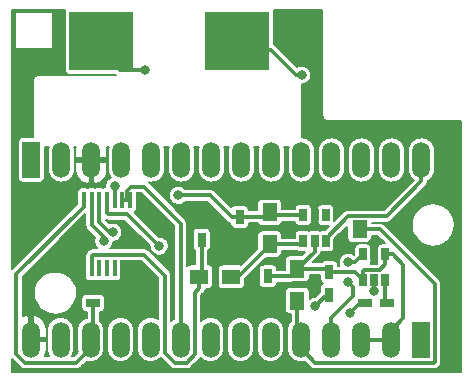
<source format=gbr>
G04 #@! TF.FileFunction,Copper,L1,Top,Signal*
%FSLAX46Y46*%
G04 Gerber Fmt 4.6, Leading zero omitted, Abs format (unit mm)*
G04 Created by KiCad (PCBNEW 4.0.2-stable) date 04/04/2016 12:25:54*
%MOMM*%
G01*
G04 APERTURE LIST*
%ADD10C,0.100000*%
%ADD11O,1.506220X3.014980*%
%ADD12R,1.506220X3.014980*%
%ADD13R,5.400000X5.000000*%
%ADD14R,1.300000X1.500000*%
%ADD15R,1.500000X1.300000*%
%ADD16R,0.650000X1.060000*%
%ADD17R,0.350520X1.399540*%
%ADD18R,0.750000X1.200000*%
%ADD19R,1.200000X0.750000*%
%ADD20C,0.800000*%
%ADD21C,0.300000*%
%ADD22C,0.200000*%
G04 APERTURE END LIST*
D10*
D11*
X144940000Y-97100000D03*
X147480000Y-97100000D03*
X150020000Y-97100000D03*
X152560000Y-97100000D03*
X155100000Y-97100000D03*
X157640000Y-97100000D03*
X160180000Y-97100000D03*
X162720000Y-97100000D03*
X165260000Y-97100000D03*
X142400000Y-97100000D03*
X139860000Y-97100000D03*
X137320000Y-97100000D03*
X167800000Y-97100000D03*
D12*
X134780000Y-97100000D03*
D11*
X157580000Y-112300000D03*
X155040000Y-112300000D03*
X152500000Y-112300000D03*
X149960000Y-112300000D03*
X147420000Y-112300000D03*
X144880000Y-112300000D03*
X142340000Y-112300000D03*
X139800000Y-112300000D03*
X137260000Y-112300000D03*
X160120000Y-112300000D03*
X162660000Y-112300000D03*
X165200000Y-112300000D03*
X134720000Y-112300000D03*
D12*
X167740000Y-112300000D03*
D13*
X140700000Y-87000000D03*
X152200000Y-87000000D03*
D14*
X162560000Y-102950000D03*
X162560000Y-100250000D03*
X157300000Y-106300000D03*
X157300000Y-109000000D03*
X154940000Y-104220000D03*
X154940000Y-101520000D03*
D15*
X149000000Y-107000000D03*
X151700000Y-107000000D03*
D16*
X157800000Y-103970000D03*
X158750000Y-103970000D03*
X159700000Y-103970000D03*
X157800000Y-101770000D03*
X158750000Y-101770000D03*
X159700000Y-101770000D03*
D17*
X143775840Y-100524720D03*
X143125600Y-100524720D03*
X142475360Y-100524720D03*
X141825120Y-100524720D03*
X141174880Y-100524720D03*
X140524640Y-100524720D03*
X139874400Y-100524720D03*
X139224160Y-100524720D03*
X139224160Y-106275280D03*
X139874400Y-106275280D03*
X140524640Y-106275280D03*
X141174880Y-106275280D03*
X141825120Y-106275280D03*
X142475360Y-106275280D03*
X143125600Y-106275280D03*
X143775840Y-106275280D03*
D16*
X162850000Y-107300000D03*
X163800000Y-107300000D03*
X164750000Y-107300000D03*
X162850000Y-105100000D03*
X163800000Y-105100000D03*
X164750000Y-105100000D03*
D18*
X152400000Y-103820000D03*
X152400000Y-101920000D03*
X149200000Y-103850000D03*
X149200000Y-101950000D03*
X154800000Y-106950000D03*
X154800000Y-108850000D03*
D19*
X163000000Y-109220000D03*
X164900000Y-109220000D03*
D18*
X160000000Y-108500000D03*
X160000000Y-106600000D03*
D19*
X140020000Y-109220000D03*
X141920000Y-109220000D03*
D20*
X141823786Y-99309525D03*
X147200000Y-100100000D03*
X145600000Y-104400000D03*
X161757302Y-110057302D03*
X163807317Y-108176403D03*
X158800000Y-109500000D03*
X161600000Y-105749990D03*
X161600000Y-107450010D03*
X157649990Y-89901048D03*
X141688908Y-103211092D03*
X144400000Y-89500000D03*
X140911092Y-103988908D03*
D21*
X141475000Y-108100000D02*
X140049110Y-108100000D01*
X140049110Y-108100000D02*
X139224160Y-107275050D01*
X139224160Y-107275050D02*
X139224160Y-106275280D01*
X141920000Y-109220000D02*
X141920000Y-108545000D01*
X141920000Y-108545000D02*
X141475000Y-108100000D01*
X134720000Y-112300000D02*
X134720000Y-111545620D01*
X134720000Y-111545620D02*
X134700000Y-111525620D01*
X134700000Y-111525620D02*
X134700000Y-106500000D01*
X134700000Y-106500000D02*
X134924720Y-106275280D01*
X134924720Y-106275280D02*
X139224160Y-106275280D01*
X143125600Y-106275280D02*
X143775840Y-106275280D01*
X142475360Y-106275280D02*
X143125600Y-106275280D01*
X141920000Y-109220000D02*
X142145000Y-109220000D01*
X142145000Y-109220000D02*
X143775840Y-107589160D01*
X143775840Y-107589160D02*
X143775840Y-107275050D01*
X143775840Y-107275050D02*
X143775840Y-106275280D01*
X164750000Y-105100000D02*
X165375000Y-105100000D01*
X165375000Y-105100000D02*
X166253110Y-105978110D01*
X166253110Y-105978110D02*
X166253110Y-110492510D01*
X166253110Y-110492510D02*
X165200000Y-111545620D01*
X165200000Y-111545620D02*
X165200000Y-112300000D01*
X164750000Y-105100000D02*
X164750000Y-105930000D01*
X164750000Y-105930000D02*
X164260001Y-106419999D01*
X164260001Y-106419999D02*
X162900001Y-106419999D01*
X162900001Y-106419999D02*
X162850000Y-106470000D01*
X162850000Y-106470000D02*
X162850000Y-107300000D01*
X162660000Y-112300000D02*
X165200000Y-112300000D01*
X160000000Y-106600000D02*
X162150000Y-106600000D01*
X162150000Y-106600000D02*
X162850000Y-107300000D01*
X157300000Y-106300000D02*
X159700000Y-106300000D01*
X159700000Y-106300000D02*
X160000000Y-106600000D01*
X157300000Y-106300000D02*
X158750000Y-104850000D01*
X158750000Y-104850000D02*
X158750000Y-103970000D01*
X154800000Y-106950000D02*
X156650000Y-106950000D01*
X156650000Y-106950000D02*
X157300000Y-106300000D01*
X139800000Y-112300000D02*
X139800000Y-113054380D01*
X139800000Y-113054380D02*
X138596880Y-114257500D01*
X138596880Y-114257500D02*
X134221652Y-114257500D01*
X134221652Y-114257500D02*
X133516880Y-113552728D01*
X133516880Y-113552728D02*
X133516880Y-106756510D01*
X133516880Y-106756510D02*
X139224160Y-101049230D01*
X139224160Y-101049230D02*
X139224160Y-100524720D01*
X140020000Y-109220000D02*
X140020000Y-112080000D01*
X140020000Y-112080000D02*
X139800000Y-112300000D01*
X141823786Y-99309525D02*
X141823786Y-100523386D01*
X141823786Y-100523386D02*
X141825120Y-100524720D01*
X152400000Y-101920000D02*
X151725000Y-101920000D01*
X151725000Y-101920000D02*
X149905000Y-100100000D01*
X149905000Y-100100000D02*
X147200000Y-100100000D01*
X157800000Y-101770000D02*
X155190000Y-101770000D01*
X155190000Y-101770000D02*
X154940000Y-101520000D01*
X152400000Y-101920000D02*
X154540000Y-101920000D01*
X154540000Y-101920000D02*
X154940000Y-101520000D01*
X149000000Y-107000000D02*
X149000000Y-107950000D01*
X149000000Y-107950000D02*
X148623120Y-108326880D01*
X148623120Y-108326880D02*
X148623120Y-113552728D01*
X148623120Y-113552728D02*
X147918348Y-114257500D01*
X147918348Y-114257500D02*
X146921652Y-114257500D01*
X146921652Y-114257500D02*
X146083120Y-113418968D01*
X146083120Y-113418968D02*
X146083120Y-106897528D01*
X146083120Y-106897528D02*
X144311101Y-105125509D01*
X144311101Y-105125509D02*
X139989379Y-105125509D01*
X139989379Y-105125509D02*
X139874400Y-105240488D01*
X139874400Y-105240488D02*
X139874400Y-105275510D01*
X139874400Y-105275510D02*
X139874400Y-106275280D01*
X149200000Y-103850000D02*
X149200000Y-106800000D01*
X149200000Y-106800000D02*
X149000000Y-107000000D01*
X145600000Y-104400000D02*
X142874491Y-101674491D01*
X142874491Y-101674491D02*
X141239901Y-101674491D01*
X141239901Y-101674491D02*
X141174880Y-101609470D01*
X141174880Y-101609470D02*
X141174880Y-101524490D01*
X141174880Y-101524490D02*
X141174880Y-100524720D01*
X163000000Y-109220000D02*
X162594604Y-109220000D01*
X162594604Y-109220000D02*
X161757302Y-110057302D01*
X164750000Y-107300000D02*
X164750000Y-109070000D01*
X164750000Y-109070000D02*
X164900000Y-109220000D01*
X163807317Y-108176403D02*
X163807317Y-107307317D01*
X163807317Y-107307317D02*
X163800000Y-107300000D01*
X160000000Y-108500000D02*
X159800000Y-108500000D01*
X159800000Y-108500000D02*
X158800000Y-109500000D01*
X167800000Y-97100000D02*
X167800000Y-98907490D01*
X167800000Y-98907490D02*
X164857491Y-101849999D01*
X164857491Y-101849999D02*
X161615001Y-101849999D01*
X161615001Y-101849999D02*
X159700000Y-103765000D01*
X159700000Y-103765000D02*
X159700000Y-103970000D01*
X162560000Y-102950000D02*
X164265002Y-102950000D01*
X164265002Y-102950000D02*
X168943111Y-107628109D01*
X168943111Y-107628109D02*
X168943111Y-114167491D01*
X168943111Y-114167491D02*
X168853111Y-114257491D01*
X168853111Y-114257491D02*
X158783111Y-114257491D01*
X158783111Y-114257491D02*
X157580000Y-113054380D01*
X157580000Y-113054380D02*
X157580000Y-112300000D01*
X157300000Y-109000000D02*
X157300000Y-112020000D01*
X157300000Y-112020000D02*
X157580000Y-112300000D01*
X142475360Y-100524720D02*
X143125600Y-100524720D01*
X142900000Y-99715528D02*
X142900000Y-100299120D01*
X142900000Y-100299120D02*
X143125600Y-100524720D01*
X147420000Y-112300000D02*
X147420000Y-102483848D01*
X147420000Y-102483848D02*
X144311101Y-99374949D01*
X144311101Y-99374949D02*
X143240579Y-99374949D01*
X143240579Y-99374949D02*
X142900000Y-99715528D01*
X161600000Y-105749990D02*
X162200010Y-105749990D01*
X162200010Y-105749990D02*
X162850000Y-105100000D01*
X162000000Y-108612510D02*
X162000000Y-107850010D01*
X162000000Y-107850010D02*
X161600000Y-107450010D01*
X160120000Y-112300000D02*
X160120000Y-110492510D01*
X160120000Y-110492510D02*
X162000000Y-108612510D01*
X154940000Y-104220000D02*
X157550000Y-104220000D01*
X157550000Y-104220000D02*
X157800000Y-103970000D01*
X151700000Y-107000000D02*
X152260000Y-107000000D01*
X152260000Y-107000000D02*
X154940000Y-104320000D01*
X154940000Y-104320000D02*
X154940000Y-104220000D01*
X140499520Y-101599495D02*
X140499520Y-102375256D01*
X141335356Y-103211092D02*
X141688908Y-103211092D01*
X140524640Y-100524720D02*
X140524640Y-101574375D01*
X140524640Y-101574375D02*
X140499520Y-101599495D01*
X140499520Y-102375256D02*
X141335356Y-103211092D01*
X152100000Y-87800000D02*
X155100000Y-87800000D01*
X155100000Y-87800000D02*
X157201048Y-89901048D01*
X157201048Y-89901048D02*
X157649990Y-89901048D01*
X140911092Y-103988908D02*
X140911092Y-103635356D01*
X140911092Y-103635356D02*
X139899520Y-102623784D01*
X139899520Y-102623784D02*
X139899520Y-101599495D01*
X139899520Y-101599495D02*
X139874400Y-101574375D01*
X139874400Y-101574375D02*
X139874400Y-100524720D01*
X144400000Y-89500000D02*
X142300000Y-89500000D01*
X142300000Y-89500000D02*
X140600000Y-87800000D01*
D22*
G36*
X159425000Y-93400000D02*
X159428440Y-93435081D01*
X159431642Y-93470268D01*
X159432014Y-93471532D01*
X159432142Y-93472838D01*
X159442338Y-93506608D01*
X159452306Y-93540477D01*
X159452915Y-93541641D01*
X159453295Y-93542901D01*
X159469851Y-93574037D01*
X159486213Y-93605336D01*
X159487039Y-93606363D01*
X159487655Y-93607522D01*
X159509946Y-93634854D01*
X159532073Y-93662374D01*
X159533080Y-93663219D01*
X159533911Y-93664238D01*
X159561060Y-93686698D01*
X159588137Y-93709418D01*
X159589293Y-93710054D01*
X159590303Y-93710889D01*
X159621296Y-93727647D01*
X159652272Y-93744676D01*
X159653525Y-93745074D01*
X159654682Y-93745699D01*
X159688432Y-93756146D01*
X159722033Y-93766805D01*
X159723337Y-93766951D01*
X159724596Y-93767341D01*
X159759776Y-93771039D01*
X159794764Y-93774963D01*
X159797285Y-93774981D01*
X159797382Y-93774991D01*
X159797479Y-93774982D01*
X159800000Y-93775000D01*
X171125000Y-93775000D01*
X171125000Y-115025000D01*
X133175000Y-115025000D01*
X133175000Y-113988666D01*
X133832743Y-114646409D01*
X133871995Y-114678650D01*
X133910920Y-114711312D01*
X133913457Y-114712707D01*
X133915690Y-114714541D01*
X133960469Y-114738552D01*
X134004984Y-114763024D01*
X134007738Y-114763898D01*
X134010290Y-114765266D01*
X134058919Y-114780133D01*
X134107301Y-114795481D01*
X134110173Y-114795803D01*
X134112940Y-114796649D01*
X134163527Y-114801788D01*
X134213973Y-114807446D01*
X134219621Y-114807486D01*
X134219732Y-114807497D01*
X134219835Y-114807487D01*
X134221652Y-114807500D01*
X138596880Y-114807500D01*
X138647442Y-114802542D01*
X138698053Y-114798114D01*
X138700830Y-114797307D01*
X138703709Y-114797025D01*
X138752356Y-114782338D01*
X138801132Y-114768167D01*
X138803699Y-114766836D01*
X138806469Y-114766000D01*
X138851359Y-114742132D01*
X138896432Y-114718768D01*
X138898690Y-114716966D01*
X138901245Y-114715607D01*
X138940655Y-114683465D01*
X138980321Y-114651800D01*
X138984346Y-114647832D01*
X138984429Y-114647764D01*
X138984492Y-114647687D01*
X138985789Y-114646409D01*
X139469547Y-114162650D01*
X139568135Y-114193168D01*
X139791950Y-114216692D01*
X140016071Y-114196295D01*
X140231963Y-114132755D01*
X140431401Y-114028491D01*
X140606789Y-113887476D01*
X140751447Y-113715079D01*
X140859864Y-113517868D01*
X140927912Y-113303355D01*
X140952998Y-113079710D01*
X140953110Y-113063610D01*
X140953110Y-111536390D01*
X141186890Y-111536390D01*
X141186890Y-113063610D01*
X141208851Y-113287584D01*
X141273897Y-113503026D01*
X141379550Y-113701731D01*
X141521787Y-113876131D01*
X141695189Y-114019582D01*
X141893152Y-114126620D01*
X142108135Y-114193168D01*
X142331950Y-114216692D01*
X142556071Y-114196295D01*
X142771963Y-114132755D01*
X142971401Y-114028491D01*
X143146789Y-113887476D01*
X143291447Y-113715079D01*
X143399864Y-113517868D01*
X143467912Y-113303355D01*
X143492998Y-113079710D01*
X143493110Y-113063610D01*
X143493110Y-111536390D01*
X143471149Y-111312416D01*
X143406103Y-111096974D01*
X143300450Y-110898269D01*
X143158213Y-110723869D01*
X142984811Y-110580418D01*
X142786848Y-110473380D01*
X142571865Y-110406832D01*
X142348050Y-110383308D01*
X142123929Y-110403705D01*
X141908037Y-110467245D01*
X141708599Y-110571509D01*
X141533211Y-110712524D01*
X141388553Y-110884921D01*
X141280136Y-111082132D01*
X141212088Y-111296645D01*
X141187002Y-111520290D01*
X141186890Y-111536390D01*
X140953110Y-111536390D01*
X140931149Y-111312416D01*
X140866103Y-111096974D01*
X140760450Y-110898269D01*
X140618213Y-110723869D01*
X140570000Y-110683984D01*
X140570000Y-109996935D01*
X140620000Y-109996935D01*
X140683698Y-109991855D01*
X140791738Y-109958398D01*
X140886179Y-109896165D01*
X140959543Y-109810086D01*
X141006022Y-109706976D01*
X141021935Y-109595000D01*
X141021935Y-108845000D01*
X141016855Y-108781302D01*
X140983398Y-108673262D01*
X140921165Y-108578821D01*
X140835086Y-108505457D01*
X140731976Y-108458978D01*
X140620000Y-108443065D01*
X139420000Y-108443065D01*
X139356302Y-108448145D01*
X139248262Y-108481602D01*
X139153821Y-108543835D01*
X139080457Y-108629914D01*
X139033978Y-108733024D01*
X139018065Y-108845000D01*
X139018065Y-109595000D01*
X139023145Y-109658698D01*
X139056602Y-109766738D01*
X139118835Y-109861179D01*
X139204914Y-109934543D01*
X139308024Y-109981022D01*
X139420000Y-109996935D01*
X139470000Y-109996935D01*
X139470000Y-110437236D01*
X139368037Y-110467245D01*
X139168599Y-110571509D01*
X138993211Y-110712524D01*
X138848553Y-110884921D01*
X138740136Y-111082132D01*
X138672088Y-111296645D01*
X138647002Y-111520290D01*
X138646890Y-111536390D01*
X138646890Y-113063610D01*
X138668851Y-113287584D01*
X138696709Y-113379854D01*
X138369062Y-113707500D01*
X138215614Y-113707500D01*
X138319864Y-113517868D01*
X138387912Y-113303355D01*
X138412998Y-113079710D01*
X138413110Y-113063610D01*
X138413110Y-111536390D01*
X138391149Y-111312416D01*
X138326103Y-111096974D01*
X138220450Y-110898269D01*
X138078213Y-110723869D01*
X137904811Y-110580418D01*
X137706848Y-110473380D01*
X137491865Y-110406832D01*
X137268050Y-110383308D01*
X137043929Y-110403705D01*
X136828037Y-110467245D01*
X136628599Y-110571509D01*
X136453211Y-110712524D01*
X136308553Y-110884921D01*
X136200136Y-111082132D01*
X136132088Y-111296645D01*
X136107002Y-111520290D01*
X136106890Y-111536390D01*
X136106890Y-113063610D01*
X136128851Y-113287584D01*
X136193897Y-113503026D01*
X136299550Y-113701731D01*
X136304255Y-113707500D01*
X135922895Y-113707500D01*
X136024913Y-113470960D01*
X136081110Y-113208380D01*
X136081110Y-112454000D01*
X134874000Y-112454000D01*
X134874000Y-112474000D01*
X134566000Y-112474000D01*
X134566000Y-112454000D01*
X134546000Y-112454000D01*
X134546000Y-112146000D01*
X134566000Y-112146000D01*
X134566000Y-110346357D01*
X134874000Y-110346357D01*
X134874000Y-112146000D01*
X136081110Y-112146000D01*
X136081110Y-111391620D01*
X136024913Y-111129040D01*
X135918569Y-110882469D01*
X135766164Y-110661382D01*
X135573556Y-110474276D01*
X135348146Y-110328341D01*
X135083661Y-110233991D01*
X134874000Y-110346357D01*
X134566000Y-110346357D01*
X134356339Y-110233991D01*
X134091854Y-110328341D01*
X134066880Y-110344510D01*
X134066880Y-108395512D01*
X134992973Y-108395512D01*
X135032724Y-108749897D01*
X135140551Y-109089813D01*
X135312348Y-109402311D01*
X135541572Y-109675488D01*
X135819490Y-109898940D01*
X136135517Y-110064155D01*
X136477616Y-110164840D01*
X136832756Y-110197160D01*
X137187411Y-110159885D01*
X137528070Y-110054433D01*
X137841760Y-109884822D01*
X138116531Y-109657511D01*
X138341918Y-109381160D01*
X138509335Y-109066294D01*
X138612406Y-108724906D01*
X138647205Y-108370000D01*
X138646493Y-108318981D01*
X138601798Y-107965185D01*
X138489235Y-107626809D01*
X138313091Y-107316740D01*
X138080076Y-107046790D01*
X137799065Y-106827240D01*
X137480762Y-106666453D01*
X137137291Y-106570554D01*
X136781734Y-106543196D01*
X136427635Y-106585420D01*
X136088480Y-106695617D01*
X135777189Y-106869592D01*
X135505619Y-107100717D01*
X135284112Y-107380188D01*
X135121108Y-107697361D01*
X135022813Y-108040155D01*
X134992973Y-108395512D01*
X134066880Y-108395512D01*
X134066880Y-106984328D01*
X139343021Y-101708187D01*
X139349520Y-101729711D01*
X139349520Y-102623784D01*
X139354478Y-102674346D01*
X139358906Y-102724957D01*
X139359713Y-102727734D01*
X139359995Y-102730613D01*
X139374682Y-102779260D01*
X139388853Y-102828036D01*
X139390184Y-102830603D01*
X139391020Y-102833373D01*
X139414888Y-102878263D01*
X139438252Y-102923336D01*
X139440054Y-102925594D01*
X139441413Y-102928149D01*
X139473555Y-102967559D01*
X139505220Y-103007225D01*
X139509188Y-103011250D01*
X139509256Y-103011333D01*
X139509333Y-103011396D01*
X139510611Y-103012693D01*
X140174524Y-103676606D01*
X140144850Y-103745842D01*
X140112231Y-103899301D01*
X140110040Y-104056174D01*
X140138362Y-104210485D01*
X140196116Y-104356356D01*
X140281104Y-104488231D01*
X140365387Y-104575509D01*
X139989379Y-104575509D01*
X139938817Y-104580467D01*
X139888206Y-104584895D01*
X139885429Y-104585702D01*
X139882550Y-104585984D01*
X139833903Y-104600671D01*
X139785127Y-104614842D01*
X139782560Y-104616173D01*
X139779790Y-104617009D01*
X139734900Y-104640877D01*
X139689827Y-104664241D01*
X139687569Y-104666043D01*
X139685014Y-104667402D01*
X139645634Y-104699519D01*
X139605938Y-104731208D01*
X139601912Y-104735179D01*
X139601830Y-104735245D01*
X139601768Y-104735320D01*
X139600470Y-104736600D01*
X139485491Y-104851579D01*
X139453250Y-104890831D01*
X139420588Y-104929756D01*
X139419193Y-104932293D01*
X139417359Y-104934526D01*
X139393348Y-104979305D01*
X139368876Y-105023820D01*
X139368002Y-105026574D01*
X139366634Y-105029126D01*
X139351767Y-105077755D01*
X139336419Y-105126137D01*
X139336097Y-105129009D01*
X139335251Y-105131776D01*
X139330112Y-105182363D01*
X139324454Y-105232809D01*
X139324414Y-105238457D01*
X139324403Y-105238568D01*
X139324413Y-105238671D01*
X139324400Y-105240488D01*
X139324400Y-105438506D01*
X139313118Y-105463534D01*
X139297205Y-105575510D01*
X139297205Y-106975050D01*
X139302285Y-107038748D01*
X139335742Y-107146788D01*
X139397975Y-107241229D01*
X139484054Y-107314593D01*
X139587164Y-107361072D01*
X139699140Y-107376985D01*
X140049660Y-107376985D01*
X140113358Y-107371905D01*
X140201135Y-107344723D01*
X140237404Y-107361072D01*
X140349380Y-107376985D01*
X140699900Y-107376985D01*
X140763598Y-107371905D01*
X140851375Y-107344723D01*
X140887644Y-107361072D01*
X140999620Y-107376985D01*
X141350140Y-107376985D01*
X141413838Y-107371905D01*
X141501615Y-107344723D01*
X141537884Y-107361072D01*
X141649860Y-107376985D01*
X142000380Y-107376985D01*
X142064078Y-107371905D01*
X142172118Y-107338448D01*
X142266559Y-107276215D01*
X142339923Y-107190136D01*
X142386402Y-107087026D01*
X142402315Y-106975050D01*
X142402315Y-105675509D01*
X144083283Y-105675509D01*
X145533120Y-107125346D01*
X145533120Y-110587292D01*
X145524811Y-110580418D01*
X145326848Y-110473380D01*
X145111865Y-110406832D01*
X144888050Y-110383308D01*
X144663929Y-110403705D01*
X144448037Y-110467245D01*
X144248599Y-110571509D01*
X144073211Y-110712524D01*
X143928553Y-110884921D01*
X143820136Y-111082132D01*
X143752088Y-111296645D01*
X143727002Y-111520290D01*
X143726890Y-111536390D01*
X143726890Y-113063610D01*
X143748851Y-113287584D01*
X143813897Y-113503026D01*
X143919550Y-113701731D01*
X144061787Y-113876131D01*
X144235189Y-114019582D01*
X144433152Y-114126620D01*
X144648135Y-114193168D01*
X144871950Y-114216692D01*
X145096071Y-114196295D01*
X145311963Y-114132755D01*
X145511401Y-114028491D01*
X145686789Y-113887476D01*
X145726493Y-113840159D01*
X146532743Y-114646408D01*
X146571987Y-114678644D01*
X146610920Y-114711312D01*
X146613454Y-114712705D01*
X146615689Y-114714541D01*
X146660455Y-114738544D01*
X146704984Y-114763024D01*
X146707742Y-114763899D01*
X146710290Y-114765265D01*
X146758873Y-114780119D01*
X146807301Y-114795481D01*
X146810174Y-114795803D01*
X146812940Y-114796649D01*
X146863527Y-114801788D01*
X146913973Y-114807446D01*
X146919621Y-114807486D01*
X146919732Y-114807497D01*
X146919835Y-114807487D01*
X146921652Y-114807500D01*
X147918348Y-114807500D01*
X147968910Y-114802542D01*
X148019521Y-114798114D01*
X148022298Y-114797307D01*
X148025177Y-114797025D01*
X148073824Y-114782338D01*
X148122600Y-114768167D01*
X148125167Y-114766836D01*
X148127937Y-114766000D01*
X148172827Y-114742132D01*
X148217900Y-114718768D01*
X148220158Y-114716966D01*
X148222713Y-114715607D01*
X148262123Y-114683465D01*
X148301789Y-114651800D01*
X148305814Y-114647832D01*
X148305897Y-114647764D01*
X148305960Y-114647687D01*
X148307257Y-114646409D01*
X149012029Y-113941637D01*
X149044270Y-113902385D01*
X149076932Y-113863460D01*
X149078327Y-113860923D01*
X149080161Y-113858690D01*
X149098963Y-113823624D01*
X149141787Y-113876131D01*
X149315189Y-114019582D01*
X149513152Y-114126620D01*
X149728135Y-114193168D01*
X149951950Y-114216692D01*
X150176071Y-114196295D01*
X150391963Y-114132755D01*
X150591401Y-114028491D01*
X150766789Y-113887476D01*
X150911447Y-113715079D01*
X151019864Y-113517868D01*
X151087912Y-113303355D01*
X151112998Y-113079710D01*
X151113110Y-113063610D01*
X151113110Y-111536390D01*
X151346890Y-111536390D01*
X151346890Y-113063610D01*
X151368851Y-113287584D01*
X151433897Y-113503026D01*
X151539550Y-113701731D01*
X151681787Y-113876131D01*
X151855189Y-114019582D01*
X152053152Y-114126620D01*
X152268135Y-114193168D01*
X152491950Y-114216692D01*
X152716071Y-114196295D01*
X152931963Y-114132755D01*
X153131401Y-114028491D01*
X153306789Y-113887476D01*
X153451447Y-113715079D01*
X153559864Y-113517868D01*
X153627912Y-113303355D01*
X153652998Y-113079710D01*
X153653110Y-113063610D01*
X153653110Y-111536390D01*
X153886890Y-111536390D01*
X153886890Y-113063610D01*
X153908851Y-113287584D01*
X153973897Y-113503026D01*
X154079550Y-113701731D01*
X154221787Y-113876131D01*
X154395189Y-114019582D01*
X154593152Y-114126620D01*
X154808135Y-114193168D01*
X155031950Y-114216692D01*
X155256071Y-114196295D01*
X155471963Y-114132755D01*
X155671401Y-114028491D01*
X155846789Y-113887476D01*
X155991447Y-113715079D01*
X156099864Y-113517868D01*
X156167912Y-113303355D01*
X156192998Y-113079710D01*
X156193110Y-113063610D01*
X156193110Y-111536390D01*
X156171149Y-111312416D01*
X156106103Y-111096974D01*
X156000450Y-110898269D01*
X155858213Y-110723869D01*
X155684811Y-110580418D01*
X155486848Y-110473380D01*
X155271865Y-110406832D01*
X155048050Y-110383308D01*
X154823929Y-110403705D01*
X154608037Y-110467245D01*
X154408599Y-110571509D01*
X154233211Y-110712524D01*
X154088553Y-110884921D01*
X153980136Y-111082132D01*
X153912088Y-111296645D01*
X153887002Y-111520290D01*
X153886890Y-111536390D01*
X153653110Y-111536390D01*
X153631149Y-111312416D01*
X153566103Y-111096974D01*
X153460450Y-110898269D01*
X153318213Y-110723869D01*
X153144811Y-110580418D01*
X152946848Y-110473380D01*
X152731865Y-110406832D01*
X152508050Y-110383308D01*
X152283929Y-110403705D01*
X152068037Y-110467245D01*
X151868599Y-110571509D01*
X151693211Y-110712524D01*
X151548553Y-110884921D01*
X151440136Y-111082132D01*
X151372088Y-111296645D01*
X151347002Y-111520290D01*
X151346890Y-111536390D01*
X151113110Y-111536390D01*
X151091149Y-111312416D01*
X151026103Y-111096974D01*
X150920450Y-110898269D01*
X150778213Y-110723869D01*
X150604811Y-110580418D01*
X150406848Y-110473380D01*
X150191865Y-110406832D01*
X149968050Y-110383308D01*
X149743929Y-110403705D01*
X149528037Y-110467245D01*
X149328599Y-110571509D01*
X149173120Y-110696517D01*
X149173120Y-108554698D01*
X149388909Y-108338909D01*
X149421150Y-108299657D01*
X149453812Y-108260732D01*
X149455207Y-108258195D01*
X149457041Y-108255962D01*
X149481052Y-108211183D01*
X149505524Y-108166668D01*
X149506398Y-108163914D01*
X149507766Y-108161362D01*
X149522633Y-108112733D01*
X149537981Y-108064351D01*
X149538303Y-108061479D01*
X149539149Y-108058712D01*
X149539837Y-108051935D01*
X149750000Y-108051935D01*
X149813698Y-108046855D01*
X149921738Y-108013398D01*
X150016179Y-107951165D01*
X150089543Y-107865086D01*
X150136022Y-107761976D01*
X150151935Y-107650000D01*
X150151935Y-106350000D01*
X150548065Y-106350000D01*
X150548065Y-107650000D01*
X150553145Y-107713698D01*
X150586602Y-107821738D01*
X150648835Y-107916179D01*
X150734914Y-107989543D01*
X150838024Y-108036022D01*
X150950000Y-108051935D01*
X152450000Y-108051935D01*
X152513698Y-108046855D01*
X152621738Y-108013398D01*
X152716179Y-107951165D01*
X152789543Y-107865086D01*
X152836022Y-107761976D01*
X152851935Y-107650000D01*
X152851935Y-107185883D01*
X154665882Y-105371935D01*
X155590000Y-105371935D01*
X155653698Y-105366855D01*
X155761738Y-105333398D01*
X155856179Y-105271165D01*
X155929543Y-105185086D01*
X155976022Y-105081976D01*
X155991935Y-104970000D01*
X155991935Y-104770000D01*
X157178318Y-104770000D01*
X157259914Y-104839543D01*
X157363024Y-104886022D01*
X157475000Y-104901935D01*
X157920248Y-104901935D01*
X157674118Y-105148065D01*
X156650000Y-105148065D01*
X156586302Y-105153145D01*
X156478262Y-105186602D01*
X156383821Y-105248835D01*
X156310457Y-105334914D01*
X156263978Y-105438024D01*
X156248065Y-105550000D01*
X156248065Y-106400000D01*
X155576935Y-106400000D01*
X155576935Y-106350000D01*
X155571855Y-106286302D01*
X155538398Y-106178262D01*
X155476165Y-106083821D01*
X155390086Y-106010457D01*
X155286976Y-105963978D01*
X155175000Y-105948065D01*
X154425000Y-105948065D01*
X154361302Y-105953145D01*
X154253262Y-105986602D01*
X154158821Y-106048835D01*
X154085457Y-106134914D01*
X154038978Y-106238024D01*
X154023065Y-106350000D01*
X154023065Y-107550000D01*
X154028145Y-107613698D01*
X154061602Y-107721738D01*
X154123835Y-107816179D01*
X154209914Y-107889543D01*
X154313024Y-107936022D01*
X154425000Y-107951935D01*
X155175000Y-107951935D01*
X155238698Y-107946855D01*
X155346738Y-107913398D01*
X155441179Y-107851165D01*
X155514543Y-107765086D01*
X155561022Y-107661976D01*
X155576935Y-107550000D01*
X155576935Y-107500000D01*
X156650000Y-107500000D01*
X156700562Y-107495042D01*
X156751173Y-107490614D01*
X156753950Y-107489807D01*
X156756829Y-107489525D01*
X156805476Y-107474838D01*
X156854252Y-107460667D01*
X156856819Y-107459336D01*
X156859589Y-107458500D01*
X156871936Y-107451935D01*
X157950000Y-107451935D01*
X158013698Y-107446855D01*
X158121738Y-107413398D01*
X158216179Y-107351165D01*
X158289543Y-107265086D01*
X158336022Y-107161976D01*
X158351935Y-107050000D01*
X158351935Y-106850000D01*
X159223065Y-106850000D01*
X159223065Y-107200000D01*
X159228145Y-107263698D01*
X159261602Y-107371738D01*
X159323835Y-107466179D01*
X159409914Y-107539543D01*
X159433004Y-107549951D01*
X159358821Y-107598835D01*
X159285457Y-107684914D01*
X159238978Y-107788024D01*
X159223065Y-107900000D01*
X159223065Y-108299118D01*
X158822082Y-108700100D01*
X158727143Y-108699437D01*
X158573034Y-108728835D01*
X158427570Y-108787607D01*
X158351935Y-108837101D01*
X158351935Y-108250000D01*
X158346855Y-108186302D01*
X158313398Y-108078262D01*
X158251165Y-107983821D01*
X158165086Y-107910457D01*
X158061976Y-107863978D01*
X157950000Y-107848065D01*
X156650000Y-107848065D01*
X156586302Y-107853145D01*
X156478262Y-107886602D01*
X156383821Y-107948835D01*
X156310457Y-108034914D01*
X156263978Y-108138024D01*
X156248065Y-108250000D01*
X156248065Y-109750000D01*
X156253145Y-109813698D01*
X156286602Y-109921738D01*
X156348835Y-110016179D01*
X156434914Y-110089543D01*
X156538024Y-110136022D01*
X156650000Y-110151935D01*
X156750000Y-110151935D01*
X156750000Y-110740186D01*
X156628553Y-110884921D01*
X156520136Y-111082132D01*
X156452088Y-111296645D01*
X156427002Y-111520290D01*
X156426890Y-111536390D01*
X156426890Y-113063610D01*
X156448851Y-113287584D01*
X156513897Y-113503026D01*
X156619550Y-113701731D01*
X156761787Y-113876131D01*
X156935189Y-114019582D01*
X157133152Y-114126620D01*
X157348135Y-114193168D01*
X157571950Y-114216692D01*
X157796071Y-114196295D01*
X157910437Y-114162635D01*
X158394202Y-114646400D01*
X158433454Y-114678641D01*
X158472379Y-114711303D01*
X158474916Y-114712698D01*
X158477149Y-114714532D01*
X158521928Y-114738543D01*
X158566443Y-114763015D01*
X158569197Y-114763889D01*
X158571749Y-114765257D01*
X158620378Y-114780124D01*
X158668760Y-114795472D01*
X158671632Y-114795794D01*
X158674399Y-114796640D01*
X158724986Y-114801779D01*
X158775432Y-114807437D01*
X158781080Y-114807477D01*
X158781191Y-114807488D01*
X158781294Y-114807478D01*
X158783111Y-114807491D01*
X168853111Y-114807491D01*
X168903673Y-114802533D01*
X168954284Y-114798105D01*
X168957061Y-114797298D01*
X168959940Y-114797016D01*
X169008587Y-114782329D01*
X169057363Y-114768158D01*
X169059930Y-114766827D01*
X169062700Y-114765991D01*
X169107590Y-114742123D01*
X169152663Y-114718759D01*
X169154921Y-114716957D01*
X169157476Y-114715598D01*
X169196886Y-114683456D01*
X169236552Y-114651791D01*
X169240577Y-114647823D01*
X169240660Y-114647755D01*
X169240723Y-114647678D01*
X169242020Y-114646400D01*
X169332020Y-114556400D01*
X169364261Y-114517148D01*
X169396923Y-114478223D01*
X169398318Y-114475686D01*
X169400152Y-114473453D01*
X169424143Y-114428709D01*
X169448635Y-114384159D01*
X169449510Y-114381400D01*
X169450876Y-114378853D01*
X169465730Y-114330270D01*
X169481092Y-114281842D01*
X169481414Y-114278969D01*
X169482260Y-114276203D01*
X169487399Y-114225616D01*
X169493057Y-114175170D01*
X169493097Y-114169522D01*
X169493108Y-114169411D01*
X169493098Y-114169308D01*
X169493111Y-114167491D01*
X169493111Y-107628109D01*
X169488153Y-107577547D01*
X169483725Y-107526936D01*
X169482918Y-107524159D01*
X169482636Y-107521280D01*
X169467949Y-107472633D01*
X169453778Y-107423857D01*
X169452447Y-107421290D01*
X169451611Y-107418520D01*
X169427743Y-107373630D01*
X169404379Y-107328557D01*
X169402577Y-107326299D01*
X169401218Y-107323744D01*
X169369076Y-107284334D01*
X169337411Y-107244668D01*
X169333443Y-107240643D01*
X169333375Y-107240560D01*
X169333298Y-107240497D01*
X169332020Y-107239200D01*
X164728332Y-102635512D01*
X166980768Y-102635512D01*
X167020519Y-102989897D01*
X167128346Y-103329813D01*
X167300143Y-103642311D01*
X167529367Y-103915488D01*
X167807285Y-104138940D01*
X168123312Y-104304155D01*
X168465411Y-104404840D01*
X168820551Y-104437160D01*
X169175206Y-104399885D01*
X169515865Y-104294433D01*
X169829555Y-104124822D01*
X170104326Y-103897511D01*
X170329713Y-103621160D01*
X170497130Y-103306294D01*
X170600201Y-102964906D01*
X170635000Y-102610000D01*
X170634288Y-102558981D01*
X170589593Y-102205185D01*
X170477030Y-101866809D01*
X170300886Y-101556740D01*
X170067871Y-101286790D01*
X169786860Y-101067240D01*
X169468557Y-100906453D01*
X169125086Y-100810554D01*
X168769529Y-100783196D01*
X168415430Y-100825420D01*
X168076275Y-100935617D01*
X167764984Y-101109592D01*
X167493414Y-101340717D01*
X167271907Y-101620188D01*
X167108903Y-101937361D01*
X167010608Y-102280155D01*
X166980768Y-102635512D01*
X164728332Y-102635512D01*
X164653911Y-102561091D01*
X164614659Y-102528850D01*
X164575734Y-102496188D01*
X164573197Y-102494793D01*
X164570964Y-102492959D01*
X164526185Y-102468948D01*
X164481670Y-102444476D01*
X164478916Y-102443602D01*
X164476364Y-102442234D01*
X164427735Y-102427367D01*
X164379353Y-102412019D01*
X164376481Y-102411697D01*
X164373714Y-102410851D01*
X164323127Y-102405712D01*
X164272681Y-102400054D01*
X164267033Y-102400014D01*
X164266922Y-102400003D01*
X164266819Y-102400013D01*
X164265002Y-102400000D01*
X163611935Y-102400000D01*
X163611935Y-102399999D01*
X164857491Y-102399999D01*
X164908053Y-102395041D01*
X164958664Y-102390613D01*
X164961441Y-102389806D01*
X164964320Y-102389524D01*
X165012967Y-102374837D01*
X165061743Y-102360666D01*
X165064310Y-102359335D01*
X165067080Y-102358499D01*
X165111970Y-102334631D01*
X165157043Y-102311267D01*
X165159301Y-102309465D01*
X165161856Y-102308106D01*
X165201266Y-102275964D01*
X165240932Y-102244299D01*
X165244957Y-102240331D01*
X165245040Y-102240263D01*
X165245103Y-102240186D01*
X165246400Y-102238908D01*
X168188909Y-99296399D01*
X168221150Y-99257147D01*
X168253812Y-99218222D01*
X168255207Y-99215685D01*
X168257041Y-99213452D01*
X168281052Y-99168673D01*
X168305524Y-99124158D01*
X168306398Y-99121404D01*
X168307766Y-99118852D01*
X168322633Y-99070223D01*
X168337981Y-99021841D01*
X168338303Y-99018969D01*
X168339149Y-99016202D01*
X168344288Y-98965615D01*
X168349946Y-98915169D01*
X168349986Y-98909521D01*
X168349997Y-98909410D01*
X168349987Y-98909307D01*
X168350000Y-98907490D01*
X168350000Y-98871047D01*
X168431401Y-98828491D01*
X168606789Y-98687476D01*
X168751447Y-98515079D01*
X168859864Y-98317868D01*
X168927912Y-98103355D01*
X168952998Y-97879710D01*
X168953110Y-97863610D01*
X168953110Y-96336390D01*
X168931149Y-96112416D01*
X168866103Y-95896974D01*
X168760450Y-95698269D01*
X168618213Y-95523869D01*
X168444811Y-95380418D01*
X168246848Y-95273380D01*
X168031865Y-95206832D01*
X167808050Y-95183308D01*
X167583929Y-95203705D01*
X167368037Y-95267245D01*
X167168599Y-95371509D01*
X166993211Y-95512524D01*
X166848553Y-95684921D01*
X166740136Y-95882132D01*
X166672088Y-96096645D01*
X166647002Y-96320290D01*
X166646890Y-96336390D01*
X166646890Y-97863610D01*
X166668851Y-98087584D01*
X166733897Y-98303026D01*
X166839550Y-98501731D01*
X166981787Y-98676131D01*
X167130508Y-98799164D01*
X164629673Y-101299999D01*
X161615001Y-101299999D01*
X161564439Y-101304957D01*
X161513828Y-101309385D01*
X161511051Y-101310192D01*
X161508172Y-101310474D01*
X161459525Y-101325161D01*
X161410749Y-101339332D01*
X161408182Y-101340663D01*
X161405412Y-101341499D01*
X161360522Y-101365367D01*
X161315449Y-101388731D01*
X161313191Y-101390533D01*
X161310636Y-101391892D01*
X161271226Y-101424034D01*
X161231560Y-101455699D01*
X161227539Y-101459664D01*
X161227452Y-101459735D01*
X161227385Y-101459816D01*
X161226092Y-101461091D01*
X160426935Y-102260248D01*
X160426935Y-101240000D01*
X160421855Y-101176302D01*
X160388398Y-101068262D01*
X160326165Y-100973821D01*
X160240086Y-100900457D01*
X160136976Y-100853978D01*
X160025000Y-100838065D01*
X159375000Y-100838065D01*
X159311302Y-100843145D01*
X159203262Y-100876602D01*
X159108821Y-100938835D01*
X159035457Y-101024914D01*
X158988978Y-101128024D01*
X158973065Y-101240000D01*
X158973065Y-102300000D01*
X158978145Y-102363698D01*
X159011602Y-102471738D01*
X159073835Y-102566179D01*
X159159914Y-102639543D01*
X159263024Y-102686022D01*
X159375000Y-102701935D01*
X159985247Y-102701935D01*
X159649117Y-103038065D01*
X159375000Y-103038065D01*
X159311302Y-103043145D01*
X159223359Y-103070378D01*
X159186976Y-103053978D01*
X159075000Y-103038065D01*
X158425000Y-103038065D01*
X158361302Y-103043145D01*
X158273359Y-103070378D01*
X158236976Y-103053978D01*
X158125000Y-103038065D01*
X157475000Y-103038065D01*
X157411302Y-103043145D01*
X157303262Y-103076602D01*
X157208821Y-103138835D01*
X157135457Y-103224914D01*
X157088978Y-103328024D01*
X157073065Y-103440000D01*
X157073065Y-103670000D01*
X155991935Y-103670000D01*
X155991935Y-103470000D01*
X155986855Y-103406302D01*
X155953398Y-103298262D01*
X155891165Y-103203821D01*
X155805086Y-103130457D01*
X155701976Y-103083978D01*
X155590000Y-103068065D01*
X154290000Y-103068065D01*
X154226302Y-103073145D01*
X154118262Y-103106602D01*
X154023821Y-103168835D01*
X153950457Y-103254914D01*
X153903978Y-103358024D01*
X153888065Y-103470000D01*
X153888065Y-104594118D01*
X152523651Y-105958532D01*
X152450000Y-105948065D01*
X150950000Y-105948065D01*
X150886302Y-105953145D01*
X150778262Y-105986602D01*
X150683821Y-106048835D01*
X150610457Y-106134914D01*
X150563978Y-106238024D01*
X150548065Y-106350000D01*
X150151935Y-106350000D01*
X150146855Y-106286302D01*
X150113398Y-106178262D01*
X150051165Y-106083821D01*
X149965086Y-106010457D01*
X149861976Y-105963978D01*
X149750000Y-105948065D01*
X149750000Y-104811248D01*
X149841179Y-104751165D01*
X149914543Y-104665086D01*
X149961022Y-104561976D01*
X149976935Y-104450000D01*
X149976935Y-103250000D01*
X149971855Y-103186302D01*
X149938398Y-103078262D01*
X149876165Y-102983821D01*
X149790086Y-102910457D01*
X149686976Y-102863978D01*
X149575000Y-102848065D01*
X148825000Y-102848065D01*
X148761302Y-102853145D01*
X148653262Y-102886602D01*
X148558821Y-102948835D01*
X148485457Y-103034914D01*
X148438978Y-103138024D01*
X148423065Y-103250000D01*
X148423065Y-104450000D01*
X148428145Y-104513698D01*
X148461602Y-104621738D01*
X148523835Y-104716179D01*
X148609914Y-104789543D01*
X148650000Y-104807613D01*
X148650000Y-105948065D01*
X148250000Y-105948065D01*
X148186302Y-105953145D01*
X148078262Y-105986602D01*
X147983821Y-106048835D01*
X147970000Y-106065051D01*
X147970000Y-102483848D01*
X147965042Y-102433286D01*
X147960614Y-102382675D01*
X147959807Y-102379898D01*
X147959525Y-102377019D01*
X147944838Y-102328372D01*
X147930667Y-102279596D01*
X147929336Y-102277029D01*
X147928500Y-102274259D01*
X147904632Y-102229369D01*
X147881268Y-102184296D01*
X147879466Y-102182038D01*
X147878107Y-102179483D01*
X147845965Y-102140073D01*
X147814300Y-102100407D01*
X147810332Y-102096382D01*
X147810264Y-102096299D01*
X147810187Y-102096236D01*
X147808909Y-102094939D01*
X145881236Y-100167266D01*
X146398948Y-100167266D01*
X146427270Y-100321577D01*
X146485024Y-100467448D01*
X146570012Y-100599323D01*
X146678995Y-100712179D01*
X146807824Y-100801717D01*
X146951590Y-100864527D01*
X147104818Y-100898216D01*
X147261672Y-100901502D01*
X147416177Y-100874258D01*
X147562447Y-100817524D01*
X147694912Y-100733459D01*
X147782553Y-100650000D01*
X149677182Y-100650000D01*
X151336091Y-102308909D01*
X151375370Y-102341173D01*
X151414268Y-102373812D01*
X151416801Y-102375205D01*
X151419038Y-102377042D01*
X151463856Y-102401073D01*
X151508332Y-102425524D01*
X151511086Y-102426398D01*
X151513638Y-102427766D01*
X151562267Y-102442633D01*
X151610649Y-102457981D01*
X151613521Y-102458303D01*
X151616288Y-102459149D01*
X151623065Y-102459837D01*
X151623065Y-102520000D01*
X151628145Y-102583698D01*
X151661602Y-102691738D01*
X151723835Y-102786179D01*
X151809914Y-102859543D01*
X151913024Y-102906022D01*
X152025000Y-102921935D01*
X152775000Y-102921935D01*
X152838698Y-102916855D01*
X152946738Y-102883398D01*
X153041179Y-102821165D01*
X153114543Y-102735086D01*
X153161022Y-102631976D01*
X153176935Y-102520000D01*
X153176935Y-102470000D01*
X153945226Y-102470000D01*
X153988835Y-102536179D01*
X154074914Y-102609543D01*
X154178024Y-102656022D01*
X154290000Y-102671935D01*
X155590000Y-102671935D01*
X155653698Y-102666855D01*
X155761738Y-102633398D01*
X155856179Y-102571165D01*
X155929543Y-102485086D01*
X155976022Y-102381976D01*
X155984829Y-102320000D01*
X157074660Y-102320000D01*
X157078145Y-102363698D01*
X157111602Y-102471738D01*
X157173835Y-102566179D01*
X157259914Y-102639543D01*
X157363024Y-102686022D01*
X157475000Y-102701935D01*
X158125000Y-102701935D01*
X158188698Y-102696855D01*
X158296738Y-102663398D01*
X158391179Y-102601165D01*
X158464543Y-102515086D01*
X158511022Y-102411976D01*
X158526935Y-102300000D01*
X158526935Y-101240000D01*
X158521855Y-101176302D01*
X158488398Y-101068262D01*
X158426165Y-100973821D01*
X158340086Y-100900457D01*
X158236976Y-100853978D01*
X158125000Y-100838065D01*
X157475000Y-100838065D01*
X157411302Y-100843145D01*
X157303262Y-100876602D01*
X157208821Y-100938835D01*
X157135457Y-101024914D01*
X157088978Y-101128024D01*
X157075907Y-101220000D01*
X155991935Y-101220000D01*
X155991935Y-100770000D01*
X155986855Y-100706302D01*
X155953398Y-100598262D01*
X155891165Y-100503821D01*
X155805086Y-100430457D01*
X155701976Y-100383978D01*
X155590000Y-100368065D01*
X154290000Y-100368065D01*
X154226302Y-100373145D01*
X154118262Y-100406602D01*
X154023821Y-100468835D01*
X153950457Y-100554914D01*
X153903978Y-100658024D01*
X153888065Y-100770000D01*
X153888065Y-101370000D01*
X153176935Y-101370000D01*
X153176935Y-101320000D01*
X153171855Y-101256302D01*
X153138398Y-101148262D01*
X153076165Y-101053821D01*
X152990086Y-100980457D01*
X152886976Y-100933978D01*
X152775000Y-100918065D01*
X152025000Y-100918065D01*
X151961302Y-100923145D01*
X151853262Y-100956602D01*
X151758821Y-101018835D01*
X151686504Y-101103686D01*
X150293909Y-99711091D01*
X150254657Y-99678850D01*
X150215732Y-99646188D01*
X150213195Y-99644793D01*
X150210962Y-99642959D01*
X150166183Y-99618948D01*
X150121668Y-99594476D01*
X150118914Y-99593602D01*
X150116362Y-99592234D01*
X150067733Y-99577367D01*
X150019351Y-99562019D01*
X150016479Y-99561697D01*
X150013712Y-99560851D01*
X149963125Y-99555712D01*
X149912679Y-99550054D01*
X149907031Y-99550014D01*
X149906920Y-99550003D01*
X149906817Y-99550013D01*
X149905000Y-99550000D01*
X147781317Y-99550000D01*
X147712407Y-99480607D01*
X147582341Y-99392876D01*
X147437711Y-99332079D01*
X147284027Y-99300533D01*
X147127143Y-99299437D01*
X146973034Y-99328835D01*
X146827570Y-99387607D01*
X146696291Y-99473513D01*
X146584199Y-99583282D01*
X146495562Y-99712732D01*
X146433758Y-99856934D01*
X146401139Y-100010393D01*
X146398948Y-100167266D01*
X145881236Y-100167266D01*
X144706691Y-98992721D01*
X144708135Y-98993168D01*
X144931950Y-99016692D01*
X145156071Y-98996295D01*
X145371963Y-98932755D01*
X145571401Y-98828491D01*
X145746789Y-98687476D01*
X145891447Y-98515079D01*
X145999864Y-98317868D01*
X146067912Y-98103355D01*
X146092998Y-97879710D01*
X146093110Y-97863610D01*
X146093110Y-96336390D01*
X146071149Y-96112416D01*
X146029661Y-95975000D01*
X146390676Y-95975000D01*
X146352088Y-96096645D01*
X146327002Y-96320290D01*
X146326890Y-96336390D01*
X146326890Y-97863610D01*
X146348851Y-98087584D01*
X146413897Y-98303026D01*
X146519550Y-98501731D01*
X146661787Y-98676131D01*
X146835189Y-98819582D01*
X147033152Y-98926620D01*
X147248135Y-98993168D01*
X147471950Y-99016692D01*
X147696071Y-98996295D01*
X147911963Y-98932755D01*
X148111401Y-98828491D01*
X148286789Y-98687476D01*
X148431447Y-98515079D01*
X148539864Y-98317868D01*
X148607912Y-98103355D01*
X148632998Y-97879710D01*
X148633110Y-97863610D01*
X148633110Y-96336390D01*
X148611149Y-96112416D01*
X148569661Y-95975000D01*
X148930676Y-95975000D01*
X148892088Y-96096645D01*
X148867002Y-96320290D01*
X148866890Y-96336390D01*
X148866890Y-97863610D01*
X148888851Y-98087584D01*
X148953897Y-98303026D01*
X149059550Y-98501731D01*
X149201787Y-98676131D01*
X149375189Y-98819582D01*
X149573152Y-98926620D01*
X149788135Y-98993168D01*
X150011950Y-99016692D01*
X150236071Y-98996295D01*
X150451963Y-98932755D01*
X150651401Y-98828491D01*
X150826789Y-98687476D01*
X150971447Y-98515079D01*
X151079864Y-98317868D01*
X151147912Y-98103355D01*
X151172998Y-97879710D01*
X151173110Y-97863610D01*
X151173110Y-96336390D01*
X151151149Y-96112416D01*
X151109661Y-95975000D01*
X151470676Y-95975000D01*
X151432088Y-96096645D01*
X151407002Y-96320290D01*
X151406890Y-96336390D01*
X151406890Y-97863610D01*
X151428851Y-98087584D01*
X151493897Y-98303026D01*
X151599550Y-98501731D01*
X151741787Y-98676131D01*
X151915189Y-98819582D01*
X152113152Y-98926620D01*
X152328135Y-98993168D01*
X152551950Y-99016692D01*
X152776071Y-98996295D01*
X152991963Y-98932755D01*
X153191401Y-98828491D01*
X153366789Y-98687476D01*
X153511447Y-98515079D01*
X153619864Y-98317868D01*
X153687912Y-98103355D01*
X153712998Y-97879710D01*
X153713110Y-97863610D01*
X153713110Y-96336390D01*
X153691149Y-96112416D01*
X153649661Y-95975000D01*
X154010676Y-95975000D01*
X153972088Y-96096645D01*
X153947002Y-96320290D01*
X153946890Y-96336390D01*
X153946890Y-97863610D01*
X153968851Y-98087584D01*
X154033897Y-98303026D01*
X154139550Y-98501731D01*
X154281787Y-98676131D01*
X154455189Y-98819582D01*
X154653152Y-98926620D01*
X154868135Y-98993168D01*
X155091950Y-99016692D01*
X155316071Y-98996295D01*
X155531963Y-98932755D01*
X155731401Y-98828491D01*
X155906789Y-98687476D01*
X156051447Y-98515079D01*
X156159864Y-98317868D01*
X156227912Y-98103355D01*
X156252998Y-97879710D01*
X156253110Y-97863610D01*
X156253110Y-96336390D01*
X156231149Y-96112416D01*
X156189661Y-95975000D01*
X156550676Y-95975000D01*
X156512088Y-96096645D01*
X156487002Y-96320290D01*
X156486890Y-96336390D01*
X156486890Y-97863610D01*
X156508851Y-98087584D01*
X156573897Y-98303026D01*
X156679550Y-98501731D01*
X156821787Y-98676131D01*
X156995189Y-98819582D01*
X157193152Y-98926620D01*
X157408135Y-98993168D01*
X157631950Y-99016692D01*
X157856071Y-98996295D01*
X158071963Y-98932755D01*
X158271401Y-98828491D01*
X158446789Y-98687476D01*
X158591447Y-98515079D01*
X158699864Y-98317868D01*
X158767912Y-98103355D01*
X158792998Y-97879710D01*
X158793110Y-97863610D01*
X158793110Y-96336390D01*
X159026890Y-96336390D01*
X159026890Y-97863610D01*
X159048851Y-98087584D01*
X159113897Y-98303026D01*
X159219550Y-98501731D01*
X159361787Y-98676131D01*
X159535189Y-98819582D01*
X159733152Y-98926620D01*
X159948135Y-98993168D01*
X160171950Y-99016692D01*
X160396071Y-98996295D01*
X160611963Y-98932755D01*
X160811401Y-98828491D01*
X160986789Y-98687476D01*
X161131447Y-98515079D01*
X161239864Y-98317868D01*
X161307912Y-98103355D01*
X161332998Y-97879710D01*
X161333110Y-97863610D01*
X161333110Y-96336390D01*
X161566890Y-96336390D01*
X161566890Y-97863610D01*
X161588851Y-98087584D01*
X161653897Y-98303026D01*
X161759550Y-98501731D01*
X161901787Y-98676131D01*
X162075189Y-98819582D01*
X162273152Y-98926620D01*
X162488135Y-98993168D01*
X162711950Y-99016692D01*
X162936071Y-98996295D01*
X163151963Y-98932755D01*
X163351401Y-98828491D01*
X163526789Y-98687476D01*
X163671447Y-98515079D01*
X163779864Y-98317868D01*
X163847912Y-98103355D01*
X163872998Y-97879710D01*
X163873110Y-97863610D01*
X163873110Y-96336390D01*
X164106890Y-96336390D01*
X164106890Y-97863610D01*
X164128851Y-98087584D01*
X164193897Y-98303026D01*
X164299550Y-98501731D01*
X164441787Y-98676131D01*
X164615189Y-98819582D01*
X164813152Y-98926620D01*
X165028135Y-98993168D01*
X165251950Y-99016692D01*
X165476071Y-98996295D01*
X165691963Y-98932755D01*
X165891401Y-98828491D01*
X166066789Y-98687476D01*
X166211447Y-98515079D01*
X166319864Y-98317868D01*
X166387912Y-98103355D01*
X166412998Y-97879710D01*
X166413110Y-97863610D01*
X166413110Y-96336390D01*
X166391149Y-96112416D01*
X166326103Y-95896974D01*
X166220450Y-95698269D01*
X166078213Y-95523869D01*
X165904811Y-95380418D01*
X165706848Y-95273380D01*
X165491865Y-95206832D01*
X165268050Y-95183308D01*
X165043929Y-95203705D01*
X164828037Y-95267245D01*
X164628599Y-95371509D01*
X164453211Y-95512524D01*
X164308553Y-95684921D01*
X164200136Y-95882132D01*
X164132088Y-96096645D01*
X164107002Y-96320290D01*
X164106890Y-96336390D01*
X163873110Y-96336390D01*
X163851149Y-96112416D01*
X163786103Y-95896974D01*
X163680450Y-95698269D01*
X163538213Y-95523869D01*
X163364811Y-95380418D01*
X163166848Y-95273380D01*
X162951865Y-95206832D01*
X162728050Y-95183308D01*
X162503929Y-95203705D01*
X162288037Y-95267245D01*
X162088599Y-95371509D01*
X161913211Y-95512524D01*
X161768553Y-95684921D01*
X161660136Y-95882132D01*
X161592088Y-96096645D01*
X161567002Y-96320290D01*
X161566890Y-96336390D01*
X161333110Y-96336390D01*
X161311149Y-96112416D01*
X161246103Y-95896974D01*
X161140450Y-95698269D01*
X160998213Y-95523869D01*
X160824811Y-95380418D01*
X160626848Y-95273380D01*
X160411865Y-95206832D01*
X160188050Y-95183308D01*
X159963929Y-95203705D01*
X159748037Y-95267245D01*
X159548599Y-95371509D01*
X159373211Y-95512524D01*
X159228553Y-95684921D01*
X159120136Y-95882132D01*
X159052088Y-96096645D01*
X159027002Y-96320290D01*
X159026890Y-96336390D01*
X158793110Y-96336390D01*
X158771149Y-96112416D01*
X158706103Y-95896974D01*
X158600450Y-95698269D01*
X158458213Y-95523869D01*
X158284811Y-95380418D01*
X158086848Y-95273380D01*
X157871865Y-95206832D01*
X157675000Y-95186141D01*
X157675000Y-90701782D01*
X157711662Y-90702550D01*
X157866167Y-90675306D01*
X158012437Y-90618572D01*
X158144902Y-90534507D01*
X158258516Y-90426314D01*
X158348952Y-90298114D01*
X158412764Y-90154789D01*
X158447522Y-90001800D01*
X158450024Y-89822604D01*
X158419551Y-89668704D01*
X158359766Y-89523653D01*
X158272945Y-89392978D01*
X158162397Y-89281655D01*
X158032331Y-89193924D01*
X157887701Y-89133127D01*
X157734017Y-89101581D01*
X157577133Y-89100485D01*
X157423024Y-89129883D01*
X157277560Y-89188655D01*
X157270858Y-89193041D01*
X155488909Y-87411091D01*
X155449657Y-87378850D01*
X155410732Y-87346188D01*
X155408195Y-87344793D01*
X155405962Y-87342959D01*
X155361183Y-87318948D01*
X155316668Y-87294476D01*
X155313914Y-87293602D01*
X155311362Y-87292234D01*
X155301935Y-87289352D01*
X155301935Y-84500000D01*
X155296855Y-84436302D01*
X155277871Y-84375000D01*
X159425000Y-84375000D01*
X159425000Y-93400000D01*
X159425000Y-93400000D01*
G37*
X159425000Y-93400000D02*
X159428440Y-93435081D01*
X159431642Y-93470268D01*
X159432014Y-93471532D01*
X159432142Y-93472838D01*
X159442338Y-93506608D01*
X159452306Y-93540477D01*
X159452915Y-93541641D01*
X159453295Y-93542901D01*
X159469851Y-93574037D01*
X159486213Y-93605336D01*
X159487039Y-93606363D01*
X159487655Y-93607522D01*
X159509946Y-93634854D01*
X159532073Y-93662374D01*
X159533080Y-93663219D01*
X159533911Y-93664238D01*
X159561060Y-93686698D01*
X159588137Y-93709418D01*
X159589293Y-93710054D01*
X159590303Y-93710889D01*
X159621296Y-93727647D01*
X159652272Y-93744676D01*
X159653525Y-93745074D01*
X159654682Y-93745699D01*
X159688432Y-93756146D01*
X159722033Y-93766805D01*
X159723337Y-93766951D01*
X159724596Y-93767341D01*
X159759776Y-93771039D01*
X159794764Y-93774963D01*
X159797285Y-93774981D01*
X159797382Y-93774991D01*
X159797479Y-93774982D01*
X159800000Y-93775000D01*
X171125000Y-93775000D01*
X171125000Y-115025000D01*
X133175000Y-115025000D01*
X133175000Y-113988666D01*
X133832743Y-114646409D01*
X133871995Y-114678650D01*
X133910920Y-114711312D01*
X133913457Y-114712707D01*
X133915690Y-114714541D01*
X133960469Y-114738552D01*
X134004984Y-114763024D01*
X134007738Y-114763898D01*
X134010290Y-114765266D01*
X134058919Y-114780133D01*
X134107301Y-114795481D01*
X134110173Y-114795803D01*
X134112940Y-114796649D01*
X134163527Y-114801788D01*
X134213973Y-114807446D01*
X134219621Y-114807486D01*
X134219732Y-114807497D01*
X134219835Y-114807487D01*
X134221652Y-114807500D01*
X138596880Y-114807500D01*
X138647442Y-114802542D01*
X138698053Y-114798114D01*
X138700830Y-114797307D01*
X138703709Y-114797025D01*
X138752356Y-114782338D01*
X138801132Y-114768167D01*
X138803699Y-114766836D01*
X138806469Y-114766000D01*
X138851359Y-114742132D01*
X138896432Y-114718768D01*
X138898690Y-114716966D01*
X138901245Y-114715607D01*
X138940655Y-114683465D01*
X138980321Y-114651800D01*
X138984346Y-114647832D01*
X138984429Y-114647764D01*
X138984492Y-114647687D01*
X138985789Y-114646409D01*
X139469547Y-114162650D01*
X139568135Y-114193168D01*
X139791950Y-114216692D01*
X140016071Y-114196295D01*
X140231963Y-114132755D01*
X140431401Y-114028491D01*
X140606789Y-113887476D01*
X140751447Y-113715079D01*
X140859864Y-113517868D01*
X140927912Y-113303355D01*
X140952998Y-113079710D01*
X140953110Y-113063610D01*
X140953110Y-111536390D01*
X141186890Y-111536390D01*
X141186890Y-113063610D01*
X141208851Y-113287584D01*
X141273897Y-113503026D01*
X141379550Y-113701731D01*
X141521787Y-113876131D01*
X141695189Y-114019582D01*
X141893152Y-114126620D01*
X142108135Y-114193168D01*
X142331950Y-114216692D01*
X142556071Y-114196295D01*
X142771963Y-114132755D01*
X142971401Y-114028491D01*
X143146789Y-113887476D01*
X143291447Y-113715079D01*
X143399864Y-113517868D01*
X143467912Y-113303355D01*
X143492998Y-113079710D01*
X143493110Y-113063610D01*
X143493110Y-111536390D01*
X143471149Y-111312416D01*
X143406103Y-111096974D01*
X143300450Y-110898269D01*
X143158213Y-110723869D01*
X142984811Y-110580418D01*
X142786848Y-110473380D01*
X142571865Y-110406832D01*
X142348050Y-110383308D01*
X142123929Y-110403705D01*
X141908037Y-110467245D01*
X141708599Y-110571509D01*
X141533211Y-110712524D01*
X141388553Y-110884921D01*
X141280136Y-111082132D01*
X141212088Y-111296645D01*
X141187002Y-111520290D01*
X141186890Y-111536390D01*
X140953110Y-111536390D01*
X140931149Y-111312416D01*
X140866103Y-111096974D01*
X140760450Y-110898269D01*
X140618213Y-110723869D01*
X140570000Y-110683984D01*
X140570000Y-109996935D01*
X140620000Y-109996935D01*
X140683698Y-109991855D01*
X140791738Y-109958398D01*
X140886179Y-109896165D01*
X140959543Y-109810086D01*
X141006022Y-109706976D01*
X141021935Y-109595000D01*
X141021935Y-108845000D01*
X141016855Y-108781302D01*
X140983398Y-108673262D01*
X140921165Y-108578821D01*
X140835086Y-108505457D01*
X140731976Y-108458978D01*
X140620000Y-108443065D01*
X139420000Y-108443065D01*
X139356302Y-108448145D01*
X139248262Y-108481602D01*
X139153821Y-108543835D01*
X139080457Y-108629914D01*
X139033978Y-108733024D01*
X139018065Y-108845000D01*
X139018065Y-109595000D01*
X139023145Y-109658698D01*
X139056602Y-109766738D01*
X139118835Y-109861179D01*
X139204914Y-109934543D01*
X139308024Y-109981022D01*
X139420000Y-109996935D01*
X139470000Y-109996935D01*
X139470000Y-110437236D01*
X139368037Y-110467245D01*
X139168599Y-110571509D01*
X138993211Y-110712524D01*
X138848553Y-110884921D01*
X138740136Y-111082132D01*
X138672088Y-111296645D01*
X138647002Y-111520290D01*
X138646890Y-111536390D01*
X138646890Y-113063610D01*
X138668851Y-113287584D01*
X138696709Y-113379854D01*
X138369062Y-113707500D01*
X138215614Y-113707500D01*
X138319864Y-113517868D01*
X138387912Y-113303355D01*
X138412998Y-113079710D01*
X138413110Y-113063610D01*
X138413110Y-111536390D01*
X138391149Y-111312416D01*
X138326103Y-111096974D01*
X138220450Y-110898269D01*
X138078213Y-110723869D01*
X137904811Y-110580418D01*
X137706848Y-110473380D01*
X137491865Y-110406832D01*
X137268050Y-110383308D01*
X137043929Y-110403705D01*
X136828037Y-110467245D01*
X136628599Y-110571509D01*
X136453211Y-110712524D01*
X136308553Y-110884921D01*
X136200136Y-111082132D01*
X136132088Y-111296645D01*
X136107002Y-111520290D01*
X136106890Y-111536390D01*
X136106890Y-113063610D01*
X136128851Y-113287584D01*
X136193897Y-113503026D01*
X136299550Y-113701731D01*
X136304255Y-113707500D01*
X135922895Y-113707500D01*
X136024913Y-113470960D01*
X136081110Y-113208380D01*
X136081110Y-112454000D01*
X134874000Y-112454000D01*
X134874000Y-112474000D01*
X134566000Y-112474000D01*
X134566000Y-112454000D01*
X134546000Y-112454000D01*
X134546000Y-112146000D01*
X134566000Y-112146000D01*
X134566000Y-110346357D01*
X134874000Y-110346357D01*
X134874000Y-112146000D01*
X136081110Y-112146000D01*
X136081110Y-111391620D01*
X136024913Y-111129040D01*
X135918569Y-110882469D01*
X135766164Y-110661382D01*
X135573556Y-110474276D01*
X135348146Y-110328341D01*
X135083661Y-110233991D01*
X134874000Y-110346357D01*
X134566000Y-110346357D01*
X134356339Y-110233991D01*
X134091854Y-110328341D01*
X134066880Y-110344510D01*
X134066880Y-108395512D01*
X134992973Y-108395512D01*
X135032724Y-108749897D01*
X135140551Y-109089813D01*
X135312348Y-109402311D01*
X135541572Y-109675488D01*
X135819490Y-109898940D01*
X136135517Y-110064155D01*
X136477616Y-110164840D01*
X136832756Y-110197160D01*
X137187411Y-110159885D01*
X137528070Y-110054433D01*
X137841760Y-109884822D01*
X138116531Y-109657511D01*
X138341918Y-109381160D01*
X138509335Y-109066294D01*
X138612406Y-108724906D01*
X138647205Y-108370000D01*
X138646493Y-108318981D01*
X138601798Y-107965185D01*
X138489235Y-107626809D01*
X138313091Y-107316740D01*
X138080076Y-107046790D01*
X137799065Y-106827240D01*
X137480762Y-106666453D01*
X137137291Y-106570554D01*
X136781734Y-106543196D01*
X136427635Y-106585420D01*
X136088480Y-106695617D01*
X135777189Y-106869592D01*
X135505619Y-107100717D01*
X135284112Y-107380188D01*
X135121108Y-107697361D01*
X135022813Y-108040155D01*
X134992973Y-108395512D01*
X134066880Y-108395512D01*
X134066880Y-106984328D01*
X139343021Y-101708187D01*
X139349520Y-101729711D01*
X139349520Y-102623784D01*
X139354478Y-102674346D01*
X139358906Y-102724957D01*
X139359713Y-102727734D01*
X139359995Y-102730613D01*
X139374682Y-102779260D01*
X139388853Y-102828036D01*
X139390184Y-102830603D01*
X139391020Y-102833373D01*
X139414888Y-102878263D01*
X139438252Y-102923336D01*
X139440054Y-102925594D01*
X139441413Y-102928149D01*
X139473555Y-102967559D01*
X139505220Y-103007225D01*
X139509188Y-103011250D01*
X139509256Y-103011333D01*
X139509333Y-103011396D01*
X139510611Y-103012693D01*
X140174524Y-103676606D01*
X140144850Y-103745842D01*
X140112231Y-103899301D01*
X140110040Y-104056174D01*
X140138362Y-104210485D01*
X140196116Y-104356356D01*
X140281104Y-104488231D01*
X140365387Y-104575509D01*
X139989379Y-104575509D01*
X139938817Y-104580467D01*
X139888206Y-104584895D01*
X139885429Y-104585702D01*
X139882550Y-104585984D01*
X139833903Y-104600671D01*
X139785127Y-104614842D01*
X139782560Y-104616173D01*
X139779790Y-104617009D01*
X139734900Y-104640877D01*
X139689827Y-104664241D01*
X139687569Y-104666043D01*
X139685014Y-104667402D01*
X139645634Y-104699519D01*
X139605938Y-104731208D01*
X139601912Y-104735179D01*
X139601830Y-104735245D01*
X139601768Y-104735320D01*
X139600470Y-104736600D01*
X139485491Y-104851579D01*
X139453250Y-104890831D01*
X139420588Y-104929756D01*
X139419193Y-104932293D01*
X139417359Y-104934526D01*
X139393348Y-104979305D01*
X139368876Y-105023820D01*
X139368002Y-105026574D01*
X139366634Y-105029126D01*
X139351767Y-105077755D01*
X139336419Y-105126137D01*
X139336097Y-105129009D01*
X139335251Y-105131776D01*
X139330112Y-105182363D01*
X139324454Y-105232809D01*
X139324414Y-105238457D01*
X139324403Y-105238568D01*
X139324413Y-105238671D01*
X139324400Y-105240488D01*
X139324400Y-105438506D01*
X139313118Y-105463534D01*
X139297205Y-105575510D01*
X139297205Y-106975050D01*
X139302285Y-107038748D01*
X139335742Y-107146788D01*
X139397975Y-107241229D01*
X139484054Y-107314593D01*
X139587164Y-107361072D01*
X139699140Y-107376985D01*
X140049660Y-107376985D01*
X140113358Y-107371905D01*
X140201135Y-107344723D01*
X140237404Y-107361072D01*
X140349380Y-107376985D01*
X140699900Y-107376985D01*
X140763598Y-107371905D01*
X140851375Y-107344723D01*
X140887644Y-107361072D01*
X140999620Y-107376985D01*
X141350140Y-107376985D01*
X141413838Y-107371905D01*
X141501615Y-107344723D01*
X141537884Y-107361072D01*
X141649860Y-107376985D01*
X142000380Y-107376985D01*
X142064078Y-107371905D01*
X142172118Y-107338448D01*
X142266559Y-107276215D01*
X142339923Y-107190136D01*
X142386402Y-107087026D01*
X142402315Y-106975050D01*
X142402315Y-105675509D01*
X144083283Y-105675509D01*
X145533120Y-107125346D01*
X145533120Y-110587292D01*
X145524811Y-110580418D01*
X145326848Y-110473380D01*
X145111865Y-110406832D01*
X144888050Y-110383308D01*
X144663929Y-110403705D01*
X144448037Y-110467245D01*
X144248599Y-110571509D01*
X144073211Y-110712524D01*
X143928553Y-110884921D01*
X143820136Y-111082132D01*
X143752088Y-111296645D01*
X143727002Y-111520290D01*
X143726890Y-111536390D01*
X143726890Y-113063610D01*
X143748851Y-113287584D01*
X143813897Y-113503026D01*
X143919550Y-113701731D01*
X144061787Y-113876131D01*
X144235189Y-114019582D01*
X144433152Y-114126620D01*
X144648135Y-114193168D01*
X144871950Y-114216692D01*
X145096071Y-114196295D01*
X145311963Y-114132755D01*
X145511401Y-114028491D01*
X145686789Y-113887476D01*
X145726493Y-113840159D01*
X146532743Y-114646408D01*
X146571987Y-114678644D01*
X146610920Y-114711312D01*
X146613454Y-114712705D01*
X146615689Y-114714541D01*
X146660455Y-114738544D01*
X146704984Y-114763024D01*
X146707742Y-114763899D01*
X146710290Y-114765265D01*
X146758873Y-114780119D01*
X146807301Y-114795481D01*
X146810174Y-114795803D01*
X146812940Y-114796649D01*
X146863527Y-114801788D01*
X146913973Y-114807446D01*
X146919621Y-114807486D01*
X146919732Y-114807497D01*
X146919835Y-114807487D01*
X146921652Y-114807500D01*
X147918348Y-114807500D01*
X147968910Y-114802542D01*
X148019521Y-114798114D01*
X148022298Y-114797307D01*
X148025177Y-114797025D01*
X148073824Y-114782338D01*
X148122600Y-114768167D01*
X148125167Y-114766836D01*
X148127937Y-114766000D01*
X148172827Y-114742132D01*
X148217900Y-114718768D01*
X148220158Y-114716966D01*
X148222713Y-114715607D01*
X148262123Y-114683465D01*
X148301789Y-114651800D01*
X148305814Y-114647832D01*
X148305897Y-114647764D01*
X148305960Y-114647687D01*
X148307257Y-114646409D01*
X149012029Y-113941637D01*
X149044270Y-113902385D01*
X149076932Y-113863460D01*
X149078327Y-113860923D01*
X149080161Y-113858690D01*
X149098963Y-113823624D01*
X149141787Y-113876131D01*
X149315189Y-114019582D01*
X149513152Y-114126620D01*
X149728135Y-114193168D01*
X149951950Y-114216692D01*
X150176071Y-114196295D01*
X150391963Y-114132755D01*
X150591401Y-114028491D01*
X150766789Y-113887476D01*
X150911447Y-113715079D01*
X151019864Y-113517868D01*
X151087912Y-113303355D01*
X151112998Y-113079710D01*
X151113110Y-113063610D01*
X151113110Y-111536390D01*
X151346890Y-111536390D01*
X151346890Y-113063610D01*
X151368851Y-113287584D01*
X151433897Y-113503026D01*
X151539550Y-113701731D01*
X151681787Y-113876131D01*
X151855189Y-114019582D01*
X152053152Y-114126620D01*
X152268135Y-114193168D01*
X152491950Y-114216692D01*
X152716071Y-114196295D01*
X152931963Y-114132755D01*
X153131401Y-114028491D01*
X153306789Y-113887476D01*
X153451447Y-113715079D01*
X153559864Y-113517868D01*
X153627912Y-113303355D01*
X153652998Y-113079710D01*
X153653110Y-113063610D01*
X153653110Y-111536390D01*
X153886890Y-111536390D01*
X153886890Y-113063610D01*
X153908851Y-113287584D01*
X153973897Y-113503026D01*
X154079550Y-113701731D01*
X154221787Y-113876131D01*
X154395189Y-114019582D01*
X154593152Y-114126620D01*
X154808135Y-114193168D01*
X155031950Y-114216692D01*
X155256071Y-114196295D01*
X155471963Y-114132755D01*
X155671401Y-114028491D01*
X155846789Y-113887476D01*
X155991447Y-113715079D01*
X156099864Y-113517868D01*
X156167912Y-113303355D01*
X156192998Y-113079710D01*
X156193110Y-113063610D01*
X156193110Y-111536390D01*
X156171149Y-111312416D01*
X156106103Y-111096974D01*
X156000450Y-110898269D01*
X155858213Y-110723869D01*
X155684811Y-110580418D01*
X155486848Y-110473380D01*
X155271865Y-110406832D01*
X155048050Y-110383308D01*
X154823929Y-110403705D01*
X154608037Y-110467245D01*
X154408599Y-110571509D01*
X154233211Y-110712524D01*
X154088553Y-110884921D01*
X153980136Y-111082132D01*
X153912088Y-111296645D01*
X153887002Y-111520290D01*
X153886890Y-111536390D01*
X153653110Y-111536390D01*
X153631149Y-111312416D01*
X153566103Y-111096974D01*
X153460450Y-110898269D01*
X153318213Y-110723869D01*
X153144811Y-110580418D01*
X152946848Y-110473380D01*
X152731865Y-110406832D01*
X152508050Y-110383308D01*
X152283929Y-110403705D01*
X152068037Y-110467245D01*
X151868599Y-110571509D01*
X151693211Y-110712524D01*
X151548553Y-110884921D01*
X151440136Y-111082132D01*
X151372088Y-111296645D01*
X151347002Y-111520290D01*
X151346890Y-111536390D01*
X151113110Y-111536390D01*
X151091149Y-111312416D01*
X151026103Y-111096974D01*
X150920450Y-110898269D01*
X150778213Y-110723869D01*
X150604811Y-110580418D01*
X150406848Y-110473380D01*
X150191865Y-110406832D01*
X149968050Y-110383308D01*
X149743929Y-110403705D01*
X149528037Y-110467245D01*
X149328599Y-110571509D01*
X149173120Y-110696517D01*
X149173120Y-108554698D01*
X149388909Y-108338909D01*
X149421150Y-108299657D01*
X149453812Y-108260732D01*
X149455207Y-108258195D01*
X149457041Y-108255962D01*
X149481052Y-108211183D01*
X149505524Y-108166668D01*
X149506398Y-108163914D01*
X149507766Y-108161362D01*
X149522633Y-108112733D01*
X149537981Y-108064351D01*
X149538303Y-108061479D01*
X149539149Y-108058712D01*
X149539837Y-108051935D01*
X149750000Y-108051935D01*
X149813698Y-108046855D01*
X149921738Y-108013398D01*
X150016179Y-107951165D01*
X150089543Y-107865086D01*
X150136022Y-107761976D01*
X150151935Y-107650000D01*
X150151935Y-106350000D01*
X150548065Y-106350000D01*
X150548065Y-107650000D01*
X150553145Y-107713698D01*
X150586602Y-107821738D01*
X150648835Y-107916179D01*
X150734914Y-107989543D01*
X150838024Y-108036022D01*
X150950000Y-108051935D01*
X152450000Y-108051935D01*
X152513698Y-108046855D01*
X152621738Y-108013398D01*
X152716179Y-107951165D01*
X152789543Y-107865086D01*
X152836022Y-107761976D01*
X152851935Y-107650000D01*
X152851935Y-107185883D01*
X154665882Y-105371935D01*
X155590000Y-105371935D01*
X155653698Y-105366855D01*
X155761738Y-105333398D01*
X155856179Y-105271165D01*
X155929543Y-105185086D01*
X155976022Y-105081976D01*
X155991935Y-104970000D01*
X155991935Y-104770000D01*
X157178318Y-104770000D01*
X157259914Y-104839543D01*
X157363024Y-104886022D01*
X157475000Y-104901935D01*
X157920248Y-104901935D01*
X157674118Y-105148065D01*
X156650000Y-105148065D01*
X156586302Y-105153145D01*
X156478262Y-105186602D01*
X156383821Y-105248835D01*
X156310457Y-105334914D01*
X156263978Y-105438024D01*
X156248065Y-105550000D01*
X156248065Y-106400000D01*
X155576935Y-106400000D01*
X155576935Y-106350000D01*
X155571855Y-106286302D01*
X155538398Y-106178262D01*
X155476165Y-106083821D01*
X155390086Y-106010457D01*
X155286976Y-105963978D01*
X155175000Y-105948065D01*
X154425000Y-105948065D01*
X154361302Y-105953145D01*
X154253262Y-105986602D01*
X154158821Y-106048835D01*
X154085457Y-106134914D01*
X154038978Y-106238024D01*
X154023065Y-106350000D01*
X154023065Y-107550000D01*
X154028145Y-107613698D01*
X154061602Y-107721738D01*
X154123835Y-107816179D01*
X154209914Y-107889543D01*
X154313024Y-107936022D01*
X154425000Y-107951935D01*
X155175000Y-107951935D01*
X155238698Y-107946855D01*
X155346738Y-107913398D01*
X155441179Y-107851165D01*
X155514543Y-107765086D01*
X155561022Y-107661976D01*
X155576935Y-107550000D01*
X155576935Y-107500000D01*
X156650000Y-107500000D01*
X156700562Y-107495042D01*
X156751173Y-107490614D01*
X156753950Y-107489807D01*
X156756829Y-107489525D01*
X156805476Y-107474838D01*
X156854252Y-107460667D01*
X156856819Y-107459336D01*
X156859589Y-107458500D01*
X156871936Y-107451935D01*
X157950000Y-107451935D01*
X158013698Y-107446855D01*
X158121738Y-107413398D01*
X158216179Y-107351165D01*
X158289543Y-107265086D01*
X158336022Y-107161976D01*
X158351935Y-107050000D01*
X158351935Y-106850000D01*
X159223065Y-106850000D01*
X159223065Y-107200000D01*
X159228145Y-107263698D01*
X159261602Y-107371738D01*
X159323835Y-107466179D01*
X159409914Y-107539543D01*
X159433004Y-107549951D01*
X159358821Y-107598835D01*
X159285457Y-107684914D01*
X159238978Y-107788024D01*
X159223065Y-107900000D01*
X159223065Y-108299118D01*
X158822082Y-108700100D01*
X158727143Y-108699437D01*
X158573034Y-108728835D01*
X158427570Y-108787607D01*
X158351935Y-108837101D01*
X158351935Y-108250000D01*
X158346855Y-108186302D01*
X158313398Y-108078262D01*
X158251165Y-107983821D01*
X158165086Y-107910457D01*
X158061976Y-107863978D01*
X157950000Y-107848065D01*
X156650000Y-107848065D01*
X156586302Y-107853145D01*
X156478262Y-107886602D01*
X156383821Y-107948835D01*
X156310457Y-108034914D01*
X156263978Y-108138024D01*
X156248065Y-108250000D01*
X156248065Y-109750000D01*
X156253145Y-109813698D01*
X156286602Y-109921738D01*
X156348835Y-110016179D01*
X156434914Y-110089543D01*
X156538024Y-110136022D01*
X156650000Y-110151935D01*
X156750000Y-110151935D01*
X156750000Y-110740186D01*
X156628553Y-110884921D01*
X156520136Y-111082132D01*
X156452088Y-111296645D01*
X156427002Y-111520290D01*
X156426890Y-111536390D01*
X156426890Y-113063610D01*
X156448851Y-113287584D01*
X156513897Y-113503026D01*
X156619550Y-113701731D01*
X156761787Y-113876131D01*
X156935189Y-114019582D01*
X157133152Y-114126620D01*
X157348135Y-114193168D01*
X157571950Y-114216692D01*
X157796071Y-114196295D01*
X157910437Y-114162635D01*
X158394202Y-114646400D01*
X158433454Y-114678641D01*
X158472379Y-114711303D01*
X158474916Y-114712698D01*
X158477149Y-114714532D01*
X158521928Y-114738543D01*
X158566443Y-114763015D01*
X158569197Y-114763889D01*
X158571749Y-114765257D01*
X158620378Y-114780124D01*
X158668760Y-114795472D01*
X158671632Y-114795794D01*
X158674399Y-114796640D01*
X158724986Y-114801779D01*
X158775432Y-114807437D01*
X158781080Y-114807477D01*
X158781191Y-114807488D01*
X158781294Y-114807478D01*
X158783111Y-114807491D01*
X168853111Y-114807491D01*
X168903673Y-114802533D01*
X168954284Y-114798105D01*
X168957061Y-114797298D01*
X168959940Y-114797016D01*
X169008587Y-114782329D01*
X169057363Y-114768158D01*
X169059930Y-114766827D01*
X169062700Y-114765991D01*
X169107590Y-114742123D01*
X169152663Y-114718759D01*
X169154921Y-114716957D01*
X169157476Y-114715598D01*
X169196886Y-114683456D01*
X169236552Y-114651791D01*
X169240577Y-114647823D01*
X169240660Y-114647755D01*
X169240723Y-114647678D01*
X169242020Y-114646400D01*
X169332020Y-114556400D01*
X169364261Y-114517148D01*
X169396923Y-114478223D01*
X169398318Y-114475686D01*
X169400152Y-114473453D01*
X169424143Y-114428709D01*
X169448635Y-114384159D01*
X169449510Y-114381400D01*
X169450876Y-114378853D01*
X169465730Y-114330270D01*
X169481092Y-114281842D01*
X169481414Y-114278969D01*
X169482260Y-114276203D01*
X169487399Y-114225616D01*
X169493057Y-114175170D01*
X169493097Y-114169522D01*
X169493108Y-114169411D01*
X169493098Y-114169308D01*
X169493111Y-114167491D01*
X169493111Y-107628109D01*
X169488153Y-107577547D01*
X169483725Y-107526936D01*
X169482918Y-107524159D01*
X169482636Y-107521280D01*
X169467949Y-107472633D01*
X169453778Y-107423857D01*
X169452447Y-107421290D01*
X169451611Y-107418520D01*
X169427743Y-107373630D01*
X169404379Y-107328557D01*
X169402577Y-107326299D01*
X169401218Y-107323744D01*
X169369076Y-107284334D01*
X169337411Y-107244668D01*
X169333443Y-107240643D01*
X169333375Y-107240560D01*
X169333298Y-107240497D01*
X169332020Y-107239200D01*
X164728332Y-102635512D01*
X166980768Y-102635512D01*
X167020519Y-102989897D01*
X167128346Y-103329813D01*
X167300143Y-103642311D01*
X167529367Y-103915488D01*
X167807285Y-104138940D01*
X168123312Y-104304155D01*
X168465411Y-104404840D01*
X168820551Y-104437160D01*
X169175206Y-104399885D01*
X169515865Y-104294433D01*
X169829555Y-104124822D01*
X170104326Y-103897511D01*
X170329713Y-103621160D01*
X170497130Y-103306294D01*
X170600201Y-102964906D01*
X170635000Y-102610000D01*
X170634288Y-102558981D01*
X170589593Y-102205185D01*
X170477030Y-101866809D01*
X170300886Y-101556740D01*
X170067871Y-101286790D01*
X169786860Y-101067240D01*
X169468557Y-100906453D01*
X169125086Y-100810554D01*
X168769529Y-100783196D01*
X168415430Y-100825420D01*
X168076275Y-100935617D01*
X167764984Y-101109592D01*
X167493414Y-101340717D01*
X167271907Y-101620188D01*
X167108903Y-101937361D01*
X167010608Y-102280155D01*
X166980768Y-102635512D01*
X164728332Y-102635512D01*
X164653911Y-102561091D01*
X164614659Y-102528850D01*
X164575734Y-102496188D01*
X164573197Y-102494793D01*
X164570964Y-102492959D01*
X164526185Y-102468948D01*
X164481670Y-102444476D01*
X164478916Y-102443602D01*
X164476364Y-102442234D01*
X164427735Y-102427367D01*
X164379353Y-102412019D01*
X164376481Y-102411697D01*
X164373714Y-102410851D01*
X164323127Y-102405712D01*
X164272681Y-102400054D01*
X164267033Y-102400014D01*
X164266922Y-102400003D01*
X164266819Y-102400013D01*
X164265002Y-102400000D01*
X163611935Y-102400000D01*
X163611935Y-102399999D01*
X164857491Y-102399999D01*
X164908053Y-102395041D01*
X164958664Y-102390613D01*
X164961441Y-102389806D01*
X164964320Y-102389524D01*
X165012967Y-102374837D01*
X165061743Y-102360666D01*
X165064310Y-102359335D01*
X165067080Y-102358499D01*
X165111970Y-102334631D01*
X165157043Y-102311267D01*
X165159301Y-102309465D01*
X165161856Y-102308106D01*
X165201266Y-102275964D01*
X165240932Y-102244299D01*
X165244957Y-102240331D01*
X165245040Y-102240263D01*
X165245103Y-102240186D01*
X165246400Y-102238908D01*
X168188909Y-99296399D01*
X168221150Y-99257147D01*
X168253812Y-99218222D01*
X168255207Y-99215685D01*
X168257041Y-99213452D01*
X168281052Y-99168673D01*
X168305524Y-99124158D01*
X168306398Y-99121404D01*
X168307766Y-99118852D01*
X168322633Y-99070223D01*
X168337981Y-99021841D01*
X168338303Y-99018969D01*
X168339149Y-99016202D01*
X168344288Y-98965615D01*
X168349946Y-98915169D01*
X168349986Y-98909521D01*
X168349997Y-98909410D01*
X168349987Y-98909307D01*
X168350000Y-98907490D01*
X168350000Y-98871047D01*
X168431401Y-98828491D01*
X168606789Y-98687476D01*
X168751447Y-98515079D01*
X168859864Y-98317868D01*
X168927912Y-98103355D01*
X168952998Y-97879710D01*
X168953110Y-97863610D01*
X168953110Y-96336390D01*
X168931149Y-96112416D01*
X168866103Y-95896974D01*
X168760450Y-95698269D01*
X168618213Y-95523869D01*
X168444811Y-95380418D01*
X168246848Y-95273380D01*
X168031865Y-95206832D01*
X167808050Y-95183308D01*
X167583929Y-95203705D01*
X167368037Y-95267245D01*
X167168599Y-95371509D01*
X166993211Y-95512524D01*
X166848553Y-95684921D01*
X166740136Y-95882132D01*
X166672088Y-96096645D01*
X166647002Y-96320290D01*
X166646890Y-96336390D01*
X166646890Y-97863610D01*
X166668851Y-98087584D01*
X166733897Y-98303026D01*
X166839550Y-98501731D01*
X166981787Y-98676131D01*
X167130508Y-98799164D01*
X164629673Y-101299999D01*
X161615001Y-101299999D01*
X161564439Y-101304957D01*
X161513828Y-101309385D01*
X161511051Y-101310192D01*
X161508172Y-101310474D01*
X161459525Y-101325161D01*
X161410749Y-101339332D01*
X161408182Y-101340663D01*
X161405412Y-101341499D01*
X161360522Y-101365367D01*
X161315449Y-101388731D01*
X161313191Y-101390533D01*
X161310636Y-101391892D01*
X161271226Y-101424034D01*
X161231560Y-101455699D01*
X161227539Y-101459664D01*
X161227452Y-101459735D01*
X161227385Y-101459816D01*
X161226092Y-101461091D01*
X160426935Y-102260248D01*
X160426935Y-101240000D01*
X160421855Y-101176302D01*
X160388398Y-101068262D01*
X160326165Y-100973821D01*
X160240086Y-100900457D01*
X160136976Y-100853978D01*
X160025000Y-100838065D01*
X159375000Y-100838065D01*
X159311302Y-100843145D01*
X159203262Y-100876602D01*
X159108821Y-100938835D01*
X159035457Y-101024914D01*
X158988978Y-101128024D01*
X158973065Y-101240000D01*
X158973065Y-102300000D01*
X158978145Y-102363698D01*
X159011602Y-102471738D01*
X159073835Y-102566179D01*
X159159914Y-102639543D01*
X159263024Y-102686022D01*
X159375000Y-102701935D01*
X159985247Y-102701935D01*
X159649117Y-103038065D01*
X159375000Y-103038065D01*
X159311302Y-103043145D01*
X159223359Y-103070378D01*
X159186976Y-103053978D01*
X159075000Y-103038065D01*
X158425000Y-103038065D01*
X158361302Y-103043145D01*
X158273359Y-103070378D01*
X158236976Y-103053978D01*
X158125000Y-103038065D01*
X157475000Y-103038065D01*
X157411302Y-103043145D01*
X157303262Y-103076602D01*
X157208821Y-103138835D01*
X157135457Y-103224914D01*
X157088978Y-103328024D01*
X157073065Y-103440000D01*
X157073065Y-103670000D01*
X155991935Y-103670000D01*
X155991935Y-103470000D01*
X155986855Y-103406302D01*
X155953398Y-103298262D01*
X155891165Y-103203821D01*
X155805086Y-103130457D01*
X155701976Y-103083978D01*
X155590000Y-103068065D01*
X154290000Y-103068065D01*
X154226302Y-103073145D01*
X154118262Y-103106602D01*
X154023821Y-103168835D01*
X153950457Y-103254914D01*
X153903978Y-103358024D01*
X153888065Y-103470000D01*
X153888065Y-104594118D01*
X152523651Y-105958532D01*
X152450000Y-105948065D01*
X150950000Y-105948065D01*
X150886302Y-105953145D01*
X150778262Y-105986602D01*
X150683821Y-106048835D01*
X150610457Y-106134914D01*
X150563978Y-106238024D01*
X150548065Y-106350000D01*
X150151935Y-106350000D01*
X150146855Y-106286302D01*
X150113398Y-106178262D01*
X150051165Y-106083821D01*
X149965086Y-106010457D01*
X149861976Y-105963978D01*
X149750000Y-105948065D01*
X149750000Y-104811248D01*
X149841179Y-104751165D01*
X149914543Y-104665086D01*
X149961022Y-104561976D01*
X149976935Y-104450000D01*
X149976935Y-103250000D01*
X149971855Y-103186302D01*
X149938398Y-103078262D01*
X149876165Y-102983821D01*
X149790086Y-102910457D01*
X149686976Y-102863978D01*
X149575000Y-102848065D01*
X148825000Y-102848065D01*
X148761302Y-102853145D01*
X148653262Y-102886602D01*
X148558821Y-102948835D01*
X148485457Y-103034914D01*
X148438978Y-103138024D01*
X148423065Y-103250000D01*
X148423065Y-104450000D01*
X148428145Y-104513698D01*
X148461602Y-104621738D01*
X148523835Y-104716179D01*
X148609914Y-104789543D01*
X148650000Y-104807613D01*
X148650000Y-105948065D01*
X148250000Y-105948065D01*
X148186302Y-105953145D01*
X148078262Y-105986602D01*
X147983821Y-106048835D01*
X147970000Y-106065051D01*
X147970000Y-102483848D01*
X147965042Y-102433286D01*
X147960614Y-102382675D01*
X147959807Y-102379898D01*
X147959525Y-102377019D01*
X147944838Y-102328372D01*
X147930667Y-102279596D01*
X147929336Y-102277029D01*
X147928500Y-102274259D01*
X147904632Y-102229369D01*
X147881268Y-102184296D01*
X147879466Y-102182038D01*
X147878107Y-102179483D01*
X147845965Y-102140073D01*
X147814300Y-102100407D01*
X147810332Y-102096382D01*
X147810264Y-102096299D01*
X147810187Y-102096236D01*
X147808909Y-102094939D01*
X145881236Y-100167266D01*
X146398948Y-100167266D01*
X146427270Y-100321577D01*
X146485024Y-100467448D01*
X146570012Y-100599323D01*
X146678995Y-100712179D01*
X146807824Y-100801717D01*
X146951590Y-100864527D01*
X147104818Y-100898216D01*
X147261672Y-100901502D01*
X147416177Y-100874258D01*
X147562447Y-100817524D01*
X147694912Y-100733459D01*
X147782553Y-100650000D01*
X149677182Y-100650000D01*
X151336091Y-102308909D01*
X151375370Y-102341173D01*
X151414268Y-102373812D01*
X151416801Y-102375205D01*
X151419038Y-102377042D01*
X151463856Y-102401073D01*
X151508332Y-102425524D01*
X151511086Y-102426398D01*
X151513638Y-102427766D01*
X151562267Y-102442633D01*
X151610649Y-102457981D01*
X151613521Y-102458303D01*
X151616288Y-102459149D01*
X151623065Y-102459837D01*
X151623065Y-102520000D01*
X151628145Y-102583698D01*
X151661602Y-102691738D01*
X151723835Y-102786179D01*
X151809914Y-102859543D01*
X151913024Y-102906022D01*
X152025000Y-102921935D01*
X152775000Y-102921935D01*
X152838698Y-102916855D01*
X152946738Y-102883398D01*
X153041179Y-102821165D01*
X153114543Y-102735086D01*
X153161022Y-102631976D01*
X153176935Y-102520000D01*
X153176935Y-102470000D01*
X153945226Y-102470000D01*
X153988835Y-102536179D01*
X154074914Y-102609543D01*
X154178024Y-102656022D01*
X154290000Y-102671935D01*
X155590000Y-102671935D01*
X155653698Y-102666855D01*
X155761738Y-102633398D01*
X155856179Y-102571165D01*
X155929543Y-102485086D01*
X155976022Y-102381976D01*
X155984829Y-102320000D01*
X157074660Y-102320000D01*
X157078145Y-102363698D01*
X157111602Y-102471738D01*
X157173835Y-102566179D01*
X157259914Y-102639543D01*
X157363024Y-102686022D01*
X157475000Y-102701935D01*
X158125000Y-102701935D01*
X158188698Y-102696855D01*
X158296738Y-102663398D01*
X158391179Y-102601165D01*
X158464543Y-102515086D01*
X158511022Y-102411976D01*
X158526935Y-102300000D01*
X158526935Y-101240000D01*
X158521855Y-101176302D01*
X158488398Y-101068262D01*
X158426165Y-100973821D01*
X158340086Y-100900457D01*
X158236976Y-100853978D01*
X158125000Y-100838065D01*
X157475000Y-100838065D01*
X157411302Y-100843145D01*
X157303262Y-100876602D01*
X157208821Y-100938835D01*
X157135457Y-101024914D01*
X157088978Y-101128024D01*
X157075907Y-101220000D01*
X155991935Y-101220000D01*
X155991935Y-100770000D01*
X155986855Y-100706302D01*
X155953398Y-100598262D01*
X155891165Y-100503821D01*
X155805086Y-100430457D01*
X155701976Y-100383978D01*
X155590000Y-100368065D01*
X154290000Y-100368065D01*
X154226302Y-100373145D01*
X154118262Y-100406602D01*
X154023821Y-100468835D01*
X153950457Y-100554914D01*
X153903978Y-100658024D01*
X153888065Y-100770000D01*
X153888065Y-101370000D01*
X153176935Y-101370000D01*
X153176935Y-101320000D01*
X153171855Y-101256302D01*
X153138398Y-101148262D01*
X153076165Y-101053821D01*
X152990086Y-100980457D01*
X152886976Y-100933978D01*
X152775000Y-100918065D01*
X152025000Y-100918065D01*
X151961302Y-100923145D01*
X151853262Y-100956602D01*
X151758821Y-101018835D01*
X151686504Y-101103686D01*
X150293909Y-99711091D01*
X150254657Y-99678850D01*
X150215732Y-99646188D01*
X150213195Y-99644793D01*
X150210962Y-99642959D01*
X150166183Y-99618948D01*
X150121668Y-99594476D01*
X150118914Y-99593602D01*
X150116362Y-99592234D01*
X150067733Y-99577367D01*
X150019351Y-99562019D01*
X150016479Y-99561697D01*
X150013712Y-99560851D01*
X149963125Y-99555712D01*
X149912679Y-99550054D01*
X149907031Y-99550014D01*
X149906920Y-99550003D01*
X149906817Y-99550013D01*
X149905000Y-99550000D01*
X147781317Y-99550000D01*
X147712407Y-99480607D01*
X147582341Y-99392876D01*
X147437711Y-99332079D01*
X147284027Y-99300533D01*
X147127143Y-99299437D01*
X146973034Y-99328835D01*
X146827570Y-99387607D01*
X146696291Y-99473513D01*
X146584199Y-99583282D01*
X146495562Y-99712732D01*
X146433758Y-99856934D01*
X146401139Y-100010393D01*
X146398948Y-100167266D01*
X145881236Y-100167266D01*
X144706691Y-98992721D01*
X144708135Y-98993168D01*
X144931950Y-99016692D01*
X145156071Y-98996295D01*
X145371963Y-98932755D01*
X145571401Y-98828491D01*
X145746789Y-98687476D01*
X145891447Y-98515079D01*
X145999864Y-98317868D01*
X146067912Y-98103355D01*
X146092998Y-97879710D01*
X146093110Y-97863610D01*
X146093110Y-96336390D01*
X146071149Y-96112416D01*
X146029661Y-95975000D01*
X146390676Y-95975000D01*
X146352088Y-96096645D01*
X146327002Y-96320290D01*
X146326890Y-96336390D01*
X146326890Y-97863610D01*
X146348851Y-98087584D01*
X146413897Y-98303026D01*
X146519550Y-98501731D01*
X146661787Y-98676131D01*
X146835189Y-98819582D01*
X147033152Y-98926620D01*
X147248135Y-98993168D01*
X147471950Y-99016692D01*
X147696071Y-98996295D01*
X147911963Y-98932755D01*
X148111401Y-98828491D01*
X148286789Y-98687476D01*
X148431447Y-98515079D01*
X148539864Y-98317868D01*
X148607912Y-98103355D01*
X148632998Y-97879710D01*
X148633110Y-97863610D01*
X148633110Y-96336390D01*
X148611149Y-96112416D01*
X148569661Y-95975000D01*
X148930676Y-95975000D01*
X148892088Y-96096645D01*
X148867002Y-96320290D01*
X148866890Y-96336390D01*
X148866890Y-97863610D01*
X148888851Y-98087584D01*
X148953897Y-98303026D01*
X149059550Y-98501731D01*
X149201787Y-98676131D01*
X149375189Y-98819582D01*
X149573152Y-98926620D01*
X149788135Y-98993168D01*
X150011950Y-99016692D01*
X150236071Y-98996295D01*
X150451963Y-98932755D01*
X150651401Y-98828491D01*
X150826789Y-98687476D01*
X150971447Y-98515079D01*
X151079864Y-98317868D01*
X151147912Y-98103355D01*
X151172998Y-97879710D01*
X151173110Y-97863610D01*
X151173110Y-96336390D01*
X151151149Y-96112416D01*
X151109661Y-95975000D01*
X151470676Y-95975000D01*
X151432088Y-96096645D01*
X151407002Y-96320290D01*
X151406890Y-96336390D01*
X151406890Y-97863610D01*
X151428851Y-98087584D01*
X151493897Y-98303026D01*
X151599550Y-98501731D01*
X151741787Y-98676131D01*
X151915189Y-98819582D01*
X152113152Y-98926620D01*
X152328135Y-98993168D01*
X152551950Y-99016692D01*
X152776071Y-98996295D01*
X152991963Y-98932755D01*
X153191401Y-98828491D01*
X153366789Y-98687476D01*
X153511447Y-98515079D01*
X153619864Y-98317868D01*
X153687912Y-98103355D01*
X153712998Y-97879710D01*
X153713110Y-97863610D01*
X153713110Y-96336390D01*
X153691149Y-96112416D01*
X153649661Y-95975000D01*
X154010676Y-95975000D01*
X153972088Y-96096645D01*
X153947002Y-96320290D01*
X153946890Y-96336390D01*
X153946890Y-97863610D01*
X153968851Y-98087584D01*
X154033897Y-98303026D01*
X154139550Y-98501731D01*
X154281787Y-98676131D01*
X154455189Y-98819582D01*
X154653152Y-98926620D01*
X154868135Y-98993168D01*
X155091950Y-99016692D01*
X155316071Y-98996295D01*
X155531963Y-98932755D01*
X155731401Y-98828491D01*
X155906789Y-98687476D01*
X156051447Y-98515079D01*
X156159864Y-98317868D01*
X156227912Y-98103355D01*
X156252998Y-97879710D01*
X156253110Y-97863610D01*
X156253110Y-96336390D01*
X156231149Y-96112416D01*
X156189661Y-95975000D01*
X156550676Y-95975000D01*
X156512088Y-96096645D01*
X156487002Y-96320290D01*
X156486890Y-96336390D01*
X156486890Y-97863610D01*
X156508851Y-98087584D01*
X156573897Y-98303026D01*
X156679550Y-98501731D01*
X156821787Y-98676131D01*
X156995189Y-98819582D01*
X157193152Y-98926620D01*
X157408135Y-98993168D01*
X157631950Y-99016692D01*
X157856071Y-98996295D01*
X158071963Y-98932755D01*
X158271401Y-98828491D01*
X158446789Y-98687476D01*
X158591447Y-98515079D01*
X158699864Y-98317868D01*
X158767912Y-98103355D01*
X158792998Y-97879710D01*
X158793110Y-97863610D01*
X158793110Y-96336390D01*
X159026890Y-96336390D01*
X159026890Y-97863610D01*
X159048851Y-98087584D01*
X159113897Y-98303026D01*
X159219550Y-98501731D01*
X159361787Y-98676131D01*
X159535189Y-98819582D01*
X159733152Y-98926620D01*
X159948135Y-98993168D01*
X160171950Y-99016692D01*
X160396071Y-98996295D01*
X160611963Y-98932755D01*
X160811401Y-98828491D01*
X160986789Y-98687476D01*
X161131447Y-98515079D01*
X161239864Y-98317868D01*
X161307912Y-98103355D01*
X161332998Y-97879710D01*
X161333110Y-97863610D01*
X161333110Y-96336390D01*
X161566890Y-96336390D01*
X161566890Y-97863610D01*
X161588851Y-98087584D01*
X161653897Y-98303026D01*
X161759550Y-98501731D01*
X161901787Y-98676131D01*
X162075189Y-98819582D01*
X162273152Y-98926620D01*
X162488135Y-98993168D01*
X162711950Y-99016692D01*
X162936071Y-98996295D01*
X163151963Y-98932755D01*
X163351401Y-98828491D01*
X163526789Y-98687476D01*
X163671447Y-98515079D01*
X163779864Y-98317868D01*
X163847912Y-98103355D01*
X163872998Y-97879710D01*
X163873110Y-97863610D01*
X163873110Y-96336390D01*
X164106890Y-96336390D01*
X164106890Y-97863610D01*
X164128851Y-98087584D01*
X164193897Y-98303026D01*
X164299550Y-98501731D01*
X164441787Y-98676131D01*
X164615189Y-98819582D01*
X164813152Y-98926620D01*
X165028135Y-98993168D01*
X165251950Y-99016692D01*
X165476071Y-98996295D01*
X165691963Y-98932755D01*
X165891401Y-98828491D01*
X166066789Y-98687476D01*
X166211447Y-98515079D01*
X166319864Y-98317868D01*
X166387912Y-98103355D01*
X166412998Y-97879710D01*
X166413110Y-97863610D01*
X166413110Y-96336390D01*
X166391149Y-96112416D01*
X166326103Y-95896974D01*
X166220450Y-95698269D01*
X166078213Y-95523869D01*
X165904811Y-95380418D01*
X165706848Y-95273380D01*
X165491865Y-95206832D01*
X165268050Y-95183308D01*
X165043929Y-95203705D01*
X164828037Y-95267245D01*
X164628599Y-95371509D01*
X164453211Y-95512524D01*
X164308553Y-95684921D01*
X164200136Y-95882132D01*
X164132088Y-96096645D01*
X164107002Y-96320290D01*
X164106890Y-96336390D01*
X163873110Y-96336390D01*
X163851149Y-96112416D01*
X163786103Y-95896974D01*
X163680450Y-95698269D01*
X163538213Y-95523869D01*
X163364811Y-95380418D01*
X163166848Y-95273380D01*
X162951865Y-95206832D01*
X162728050Y-95183308D01*
X162503929Y-95203705D01*
X162288037Y-95267245D01*
X162088599Y-95371509D01*
X161913211Y-95512524D01*
X161768553Y-95684921D01*
X161660136Y-95882132D01*
X161592088Y-96096645D01*
X161567002Y-96320290D01*
X161566890Y-96336390D01*
X161333110Y-96336390D01*
X161311149Y-96112416D01*
X161246103Y-95896974D01*
X161140450Y-95698269D01*
X160998213Y-95523869D01*
X160824811Y-95380418D01*
X160626848Y-95273380D01*
X160411865Y-95206832D01*
X160188050Y-95183308D01*
X159963929Y-95203705D01*
X159748037Y-95267245D01*
X159548599Y-95371509D01*
X159373211Y-95512524D01*
X159228553Y-95684921D01*
X159120136Y-95882132D01*
X159052088Y-96096645D01*
X159027002Y-96320290D01*
X159026890Y-96336390D01*
X158793110Y-96336390D01*
X158771149Y-96112416D01*
X158706103Y-95896974D01*
X158600450Y-95698269D01*
X158458213Y-95523869D01*
X158284811Y-95380418D01*
X158086848Y-95273380D01*
X157871865Y-95206832D01*
X157675000Y-95186141D01*
X157675000Y-90701782D01*
X157711662Y-90702550D01*
X157866167Y-90675306D01*
X158012437Y-90618572D01*
X158144902Y-90534507D01*
X158258516Y-90426314D01*
X158348952Y-90298114D01*
X158412764Y-90154789D01*
X158447522Y-90001800D01*
X158450024Y-89822604D01*
X158419551Y-89668704D01*
X158359766Y-89523653D01*
X158272945Y-89392978D01*
X158162397Y-89281655D01*
X158032331Y-89193924D01*
X157887701Y-89133127D01*
X157734017Y-89101581D01*
X157577133Y-89100485D01*
X157423024Y-89129883D01*
X157277560Y-89188655D01*
X157270858Y-89193041D01*
X155488909Y-87411091D01*
X155449657Y-87378850D01*
X155410732Y-87346188D01*
X155408195Y-87344793D01*
X155405962Y-87342959D01*
X155361183Y-87318948D01*
X155316668Y-87294476D01*
X155313914Y-87293602D01*
X155311362Y-87292234D01*
X155301935Y-87289352D01*
X155301935Y-84500000D01*
X155296855Y-84436302D01*
X155277871Y-84375000D01*
X159425000Y-84375000D01*
X159425000Y-93400000D01*
G36*
X161508065Y-103700000D02*
X161513145Y-103763698D01*
X161546602Y-103871738D01*
X161608835Y-103966179D01*
X161694914Y-104039543D01*
X161798024Y-104086022D01*
X161910000Y-104101935D01*
X163210000Y-104101935D01*
X163273698Y-104096855D01*
X163381738Y-104063398D01*
X163476179Y-104001165D01*
X163549543Y-103915086D01*
X163596022Y-103811976D01*
X163611935Y-103700000D01*
X163611935Y-103500000D01*
X164037184Y-103500000D01*
X164705249Y-104168065D01*
X164425000Y-104168065D01*
X164361302Y-104173145D01*
X164253262Y-104206602D01*
X164158821Y-104268835D01*
X164085457Y-104354914D01*
X164038978Y-104458024D01*
X164023065Y-104570000D01*
X164023065Y-105630000D01*
X164028145Y-105693698D01*
X164061602Y-105801738D01*
X164077031Y-105825151D01*
X164032183Y-105869999D01*
X163493310Y-105869999D01*
X163514543Y-105845086D01*
X163561022Y-105741976D01*
X163576935Y-105630000D01*
X163576935Y-104570000D01*
X163571855Y-104506302D01*
X163538398Y-104398262D01*
X163476165Y-104303821D01*
X163390086Y-104230457D01*
X163286976Y-104183978D01*
X163175000Y-104168065D01*
X162525000Y-104168065D01*
X162461302Y-104173145D01*
X162353262Y-104206602D01*
X162258821Y-104268835D01*
X162185457Y-104354914D01*
X162138978Y-104458024D01*
X162123065Y-104570000D01*
X162123065Y-105049117D01*
X162070113Y-105102069D01*
X161982341Y-105042866D01*
X161837711Y-104982069D01*
X161684027Y-104950523D01*
X161527143Y-104949427D01*
X161373034Y-104978825D01*
X161227570Y-105037597D01*
X161096291Y-105123503D01*
X160984199Y-105233272D01*
X160895562Y-105362722D01*
X160833758Y-105506924D01*
X160801139Y-105660383D01*
X160798948Y-105817256D01*
X160827270Y-105971567D01*
X160858324Y-106050000D01*
X160776935Y-106050000D01*
X160776935Y-106000000D01*
X160771855Y-105936302D01*
X160738398Y-105828262D01*
X160676165Y-105733821D01*
X160590086Y-105660457D01*
X160486976Y-105613978D01*
X160375000Y-105598065D01*
X159625000Y-105598065D01*
X159561302Y-105603145D01*
X159453262Y-105636602D01*
X159358821Y-105698835D01*
X159315214Y-105750000D01*
X158627817Y-105750000D01*
X159138909Y-105238908D01*
X159171152Y-105199655D01*
X159203812Y-105160732D01*
X159205205Y-105158199D01*
X159207042Y-105155962D01*
X159231073Y-105111144D01*
X159255524Y-105066668D01*
X159256398Y-105063914D01*
X159257766Y-105061362D01*
X159272633Y-105012733D01*
X159287981Y-104964351D01*
X159288303Y-104961479D01*
X159289149Y-104958712D01*
X159294288Y-104908125D01*
X159296237Y-104890742D01*
X159375000Y-104901935D01*
X160025000Y-104901935D01*
X160088698Y-104896855D01*
X160196738Y-104863398D01*
X160291179Y-104801165D01*
X160364543Y-104715086D01*
X160411022Y-104611976D01*
X160426935Y-104500000D01*
X160426935Y-103815883D01*
X161508065Y-102734752D01*
X161508065Y-103700000D01*
X161508065Y-103700000D01*
G37*
X161508065Y-103700000D02*
X161513145Y-103763698D01*
X161546602Y-103871738D01*
X161608835Y-103966179D01*
X161694914Y-104039543D01*
X161798024Y-104086022D01*
X161910000Y-104101935D01*
X163210000Y-104101935D01*
X163273698Y-104096855D01*
X163381738Y-104063398D01*
X163476179Y-104001165D01*
X163549543Y-103915086D01*
X163596022Y-103811976D01*
X163611935Y-103700000D01*
X163611935Y-103500000D01*
X164037184Y-103500000D01*
X164705249Y-104168065D01*
X164425000Y-104168065D01*
X164361302Y-104173145D01*
X164253262Y-104206602D01*
X164158821Y-104268835D01*
X164085457Y-104354914D01*
X164038978Y-104458024D01*
X164023065Y-104570000D01*
X164023065Y-105630000D01*
X164028145Y-105693698D01*
X164061602Y-105801738D01*
X164077031Y-105825151D01*
X164032183Y-105869999D01*
X163493310Y-105869999D01*
X163514543Y-105845086D01*
X163561022Y-105741976D01*
X163576935Y-105630000D01*
X163576935Y-104570000D01*
X163571855Y-104506302D01*
X163538398Y-104398262D01*
X163476165Y-104303821D01*
X163390086Y-104230457D01*
X163286976Y-104183978D01*
X163175000Y-104168065D01*
X162525000Y-104168065D01*
X162461302Y-104173145D01*
X162353262Y-104206602D01*
X162258821Y-104268835D01*
X162185457Y-104354914D01*
X162138978Y-104458024D01*
X162123065Y-104570000D01*
X162123065Y-105049117D01*
X162070113Y-105102069D01*
X161982341Y-105042866D01*
X161837711Y-104982069D01*
X161684027Y-104950523D01*
X161527143Y-104949427D01*
X161373034Y-104978825D01*
X161227570Y-105037597D01*
X161096291Y-105123503D01*
X160984199Y-105233272D01*
X160895562Y-105362722D01*
X160833758Y-105506924D01*
X160801139Y-105660383D01*
X160798948Y-105817256D01*
X160827270Y-105971567D01*
X160858324Y-106050000D01*
X160776935Y-106050000D01*
X160776935Y-106000000D01*
X160771855Y-105936302D01*
X160738398Y-105828262D01*
X160676165Y-105733821D01*
X160590086Y-105660457D01*
X160486976Y-105613978D01*
X160375000Y-105598065D01*
X159625000Y-105598065D01*
X159561302Y-105603145D01*
X159453262Y-105636602D01*
X159358821Y-105698835D01*
X159315214Y-105750000D01*
X158627817Y-105750000D01*
X159138909Y-105238908D01*
X159171152Y-105199655D01*
X159203812Y-105160732D01*
X159205205Y-105158199D01*
X159207042Y-105155962D01*
X159231073Y-105111144D01*
X159255524Y-105066668D01*
X159256398Y-105063914D01*
X159257766Y-105061362D01*
X159272633Y-105012733D01*
X159287981Y-104964351D01*
X159288303Y-104961479D01*
X159289149Y-104958712D01*
X159294288Y-104908125D01*
X159296237Y-104890742D01*
X159375000Y-104901935D01*
X160025000Y-104901935D01*
X160088698Y-104896855D01*
X160196738Y-104863398D01*
X160291179Y-104801165D01*
X160364543Y-104715086D01*
X160411022Y-104611976D01*
X160426935Y-104500000D01*
X160426935Y-103815883D01*
X161508065Y-102734752D01*
X161508065Y-103700000D01*
G36*
X146870000Y-102711666D02*
X146870000Y-110528953D01*
X146788599Y-110571509D01*
X146633120Y-110696517D01*
X146633120Y-106897528D01*
X146628160Y-106846940D01*
X146623734Y-106796355D01*
X146622927Y-106793578D01*
X146622645Y-106790699D01*
X146607958Y-106742052D01*
X146593787Y-106693276D01*
X146592456Y-106690709D01*
X146591620Y-106687939D01*
X146567752Y-106643049D01*
X146544388Y-106597976D01*
X146542586Y-106595718D01*
X146541227Y-106593163D01*
X146509085Y-106553753D01*
X146477420Y-106514087D01*
X146473452Y-106510062D01*
X146473384Y-106509979D01*
X146473307Y-106509916D01*
X146472029Y-106508619D01*
X144700010Y-104736600D01*
X144660758Y-104704359D01*
X144621833Y-104671697D01*
X144619296Y-104670302D01*
X144617063Y-104668468D01*
X144572284Y-104644457D01*
X144527769Y-104619985D01*
X144525015Y-104619111D01*
X144522463Y-104617743D01*
X144473834Y-104602876D01*
X144425452Y-104587528D01*
X144422580Y-104587206D01*
X144419813Y-104586360D01*
X144369226Y-104581221D01*
X144318780Y-104575563D01*
X144313132Y-104575523D01*
X144313021Y-104575512D01*
X144312918Y-104575522D01*
X144311101Y-104575509D01*
X141455210Y-104575509D01*
X141519618Y-104514174D01*
X141610054Y-104385974D01*
X141673866Y-104242649D01*
X141708624Y-104089660D01*
X141709712Y-104011738D01*
X141750580Y-104012594D01*
X141905085Y-103985350D01*
X142051355Y-103928616D01*
X142183820Y-103844551D01*
X142297434Y-103736358D01*
X142387870Y-103608158D01*
X142451682Y-103464833D01*
X142486440Y-103311844D01*
X142488942Y-103132648D01*
X142458469Y-102978748D01*
X142398684Y-102833697D01*
X142311863Y-102703022D01*
X142201315Y-102591699D01*
X142071249Y-102503968D01*
X141926619Y-102443171D01*
X141772935Y-102411625D01*
X141616051Y-102410529D01*
X141461942Y-102439927D01*
X141376521Y-102474440D01*
X141109445Y-102207363D01*
X141125550Y-102212472D01*
X141128422Y-102212794D01*
X141131189Y-102213640D01*
X141181771Y-102218778D01*
X141232222Y-102224437D01*
X141237871Y-102224477D01*
X141237982Y-102224488D01*
X141238085Y-102224478D01*
X141239901Y-102224491D01*
X142646673Y-102224491D01*
X144800195Y-104378013D01*
X144798948Y-104467266D01*
X144827270Y-104621577D01*
X144885024Y-104767448D01*
X144970012Y-104899323D01*
X145078995Y-105012179D01*
X145207824Y-105101717D01*
X145351590Y-105164527D01*
X145504818Y-105198216D01*
X145661672Y-105201502D01*
X145816177Y-105174258D01*
X145962447Y-105117524D01*
X146094912Y-105033459D01*
X146208526Y-104925266D01*
X146298962Y-104797066D01*
X146362774Y-104653741D01*
X146397532Y-104500752D01*
X146400034Y-104321556D01*
X146369561Y-104167656D01*
X146309776Y-104022605D01*
X146222955Y-103891930D01*
X146112407Y-103780607D01*
X145982341Y-103692876D01*
X145837711Y-103632079D01*
X145684027Y-103600533D01*
X145577608Y-103599790D01*
X143528722Y-101550904D01*
X143567039Y-101525655D01*
X143640403Y-101439576D01*
X143686882Y-101336466D01*
X143702795Y-101224490D01*
X143702795Y-99924949D01*
X144083283Y-99924949D01*
X146870000Y-102711666D01*
X146870000Y-102711666D01*
G37*
X146870000Y-102711666D02*
X146870000Y-110528953D01*
X146788599Y-110571509D01*
X146633120Y-110696517D01*
X146633120Y-106897528D01*
X146628160Y-106846940D01*
X146623734Y-106796355D01*
X146622927Y-106793578D01*
X146622645Y-106790699D01*
X146607958Y-106742052D01*
X146593787Y-106693276D01*
X146592456Y-106690709D01*
X146591620Y-106687939D01*
X146567752Y-106643049D01*
X146544388Y-106597976D01*
X146542586Y-106595718D01*
X146541227Y-106593163D01*
X146509085Y-106553753D01*
X146477420Y-106514087D01*
X146473452Y-106510062D01*
X146473384Y-106509979D01*
X146473307Y-106509916D01*
X146472029Y-106508619D01*
X144700010Y-104736600D01*
X144660758Y-104704359D01*
X144621833Y-104671697D01*
X144619296Y-104670302D01*
X144617063Y-104668468D01*
X144572284Y-104644457D01*
X144527769Y-104619985D01*
X144525015Y-104619111D01*
X144522463Y-104617743D01*
X144473834Y-104602876D01*
X144425452Y-104587528D01*
X144422580Y-104587206D01*
X144419813Y-104586360D01*
X144369226Y-104581221D01*
X144318780Y-104575563D01*
X144313132Y-104575523D01*
X144313021Y-104575512D01*
X144312918Y-104575522D01*
X144311101Y-104575509D01*
X141455210Y-104575509D01*
X141519618Y-104514174D01*
X141610054Y-104385974D01*
X141673866Y-104242649D01*
X141708624Y-104089660D01*
X141709712Y-104011738D01*
X141750580Y-104012594D01*
X141905085Y-103985350D01*
X142051355Y-103928616D01*
X142183820Y-103844551D01*
X142297434Y-103736358D01*
X142387870Y-103608158D01*
X142451682Y-103464833D01*
X142486440Y-103311844D01*
X142488942Y-103132648D01*
X142458469Y-102978748D01*
X142398684Y-102833697D01*
X142311863Y-102703022D01*
X142201315Y-102591699D01*
X142071249Y-102503968D01*
X141926619Y-102443171D01*
X141772935Y-102411625D01*
X141616051Y-102410529D01*
X141461942Y-102439927D01*
X141376521Y-102474440D01*
X141109445Y-102207363D01*
X141125550Y-102212472D01*
X141128422Y-102212794D01*
X141131189Y-102213640D01*
X141181771Y-102218778D01*
X141232222Y-102224437D01*
X141237871Y-102224477D01*
X141237982Y-102224488D01*
X141238085Y-102224478D01*
X141239901Y-102224491D01*
X142646673Y-102224491D01*
X144800195Y-104378013D01*
X144798948Y-104467266D01*
X144827270Y-104621577D01*
X144885024Y-104767448D01*
X144970012Y-104899323D01*
X145078995Y-105012179D01*
X145207824Y-105101717D01*
X145351590Y-105164527D01*
X145504818Y-105198216D01*
X145661672Y-105201502D01*
X145816177Y-105174258D01*
X145962447Y-105117524D01*
X146094912Y-105033459D01*
X146208526Y-104925266D01*
X146298962Y-104797066D01*
X146362774Y-104653741D01*
X146397532Y-104500752D01*
X146400034Y-104321556D01*
X146369561Y-104167656D01*
X146309776Y-104022605D01*
X146222955Y-103891930D01*
X146112407Y-103780607D01*
X145982341Y-103692876D01*
X145837711Y-103632079D01*
X145684027Y-103600533D01*
X145577608Y-103599790D01*
X143528722Y-101550904D01*
X143567039Y-101525655D01*
X143640403Y-101439576D01*
X143686882Y-101336466D01*
X143702795Y-101224490D01*
X143702795Y-99924949D01*
X144083283Y-99924949D01*
X146870000Y-102711666D01*
G36*
X137613978Y-84388024D02*
X137598065Y-84500000D01*
X137598065Y-89500000D01*
X137603145Y-89563698D01*
X137636602Y-89671738D01*
X137698835Y-89766179D01*
X137784914Y-89839543D01*
X137888024Y-89886022D01*
X138000000Y-89901935D01*
X141926949Y-89901935D01*
X141950343Y-89921150D01*
X141954931Y-89925000D01*
X135300000Y-89925000D01*
X135264919Y-89928440D01*
X135229732Y-89931642D01*
X135228468Y-89932014D01*
X135227162Y-89932142D01*
X135193392Y-89942338D01*
X135159523Y-89952306D01*
X135158359Y-89952915D01*
X135157099Y-89953295D01*
X135125963Y-89969851D01*
X135094664Y-89986213D01*
X135093637Y-89987039D01*
X135092478Y-89987655D01*
X135065146Y-90009946D01*
X135037626Y-90032073D01*
X135036781Y-90033080D01*
X135035762Y-90033911D01*
X135013302Y-90061060D01*
X134990582Y-90088137D01*
X134989946Y-90089293D01*
X134989111Y-90090303D01*
X134972353Y-90121296D01*
X134955324Y-90152272D01*
X134954926Y-90153525D01*
X134954301Y-90154682D01*
X134943854Y-90188432D01*
X134933195Y-90222033D01*
X134933049Y-90223337D01*
X134932659Y-90224596D01*
X134928961Y-90259776D01*
X134925037Y-90294764D01*
X134925019Y-90297285D01*
X134925009Y-90297382D01*
X134925018Y-90297479D01*
X134925000Y-90300000D01*
X134925000Y-95190575D01*
X134026890Y-95190575D01*
X133963192Y-95195655D01*
X133855152Y-95229112D01*
X133760711Y-95291345D01*
X133687347Y-95377424D01*
X133640868Y-95480534D01*
X133624955Y-95592510D01*
X133624955Y-98607490D01*
X133630035Y-98671188D01*
X133663492Y-98779228D01*
X133725725Y-98873669D01*
X133811804Y-98947033D01*
X133914914Y-98993512D01*
X134026890Y-99009425D01*
X135533110Y-99009425D01*
X135596808Y-99004345D01*
X135704848Y-98970888D01*
X135799289Y-98908655D01*
X135872653Y-98822576D01*
X135919132Y-98719466D01*
X135935045Y-98607490D01*
X135935045Y-95975000D01*
X136230676Y-95975000D01*
X136192088Y-96096645D01*
X136167002Y-96320290D01*
X136166890Y-96336390D01*
X136166890Y-97863610D01*
X136188851Y-98087584D01*
X136253897Y-98303026D01*
X136359550Y-98501731D01*
X136501787Y-98676131D01*
X136675189Y-98819582D01*
X136873152Y-98926620D01*
X137088135Y-98993168D01*
X137311950Y-99016692D01*
X137536071Y-98996295D01*
X137751963Y-98932755D01*
X137951401Y-98828491D01*
X138126789Y-98687476D01*
X138271447Y-98515079D01*
X138379864Y-98317868D01*
X138447912Y-98103355D01*
X138472998Y-97879710D01*
X138473110Y-97863610D01*
X138473110Y-97254000D01*
X138498890Y-97254000D01*
X138498890Y-98008380D01*
X138555087Y-98270960D01*
X138661431Y-98517531D01*
X138813836Y-98738618D01*
X139006444Y-98925724D01*
X139231854Y-99071659D01*
X139496339Y-99166009D01*
X139706000Y-99053643D01*
X139706000Y-97254000D01*
X140014000Y-97254000D01*
X140014000Y-99053643D01*
X140223661Y-99166009D01*
X140488146Y-99071659D01*
X140713556Y-98925724D01*
X140906164Y-98738618D01*
X141058569Y-98517531D01*
X141164913Y-98270960D01*
X141221110Y-98008380D01*
X141221110Y-97254000D01*
X140014000Y-97254000D01*
X139706000Y-97254000D01*
X138498890Y-97254000D01*
X138473110Y-97254000D01*
X138473110Y-96336390D01*
X138451149Y-96112416D01*
X138409661Y-95975000D01*
X138545251Y-95975000D01*
X138498890Y-96191620D01*
X138498890Y-96946000D01*
X139706000Y-96946000D01*
X139706000Y-96926000D01*
X140014000Y-96926000D01*
X140014000Y-96946000D01*
X141221110Y-96946000D01*
X141221110Y-96191620D01*
X141174749Y-95975000D01*
X141310676Y-95975000D01*
X141272088Y-96096645D01*
X141247002Y-96320290D01*
X141246890Y-96336390D01*
X141246890Y-97863610D01*
X141268851Y-98087584D01*
X141333897Y-98303026D01*
X141439550Y-98501731D01*
X141500999Y-98577075D01*
X141451356Y-98597132D01*
X141320077Y-98683038D01*
X141207985Y-98792807D01*
X141119348Y-98922257D01*
X141057544Y-99066459D01*
X141024925Y-99219918D01*
X141022734Y-99376791D01*
X141031218Y-99423015D01*
X140999620Y-99423015D01*
X140935922Y-99428095D01*
X140848145Y-99455277D01*
X140811876Y-99438928D01*
X140699900Y-99423015D01*
X140349380Y-99423015D01*
X140285682Y-99428095D01*
X140197905Y-99455277D01*
X140161636Y-99438928D01*
X140049660Y-99423015D01*
X139699140Y-99423015D01*
X139635442Y-99428095D01*
X139547665Y-99455277D01*
X139511396Y-99438928D01*
X139399420Y-99423015D01*
X139048900Y-99423015D01*
X138985202Y-99428095D01*
X138877162Y-99461552D01*
X138782721Y-99523785D01*
X138709357Y-99609864D01*
X138662878Y-99712974D01*
X138646965Y-99824950D01*
X138646965Y-100848607D01*
X133175000Y-106320572D01*
X133175000Y-84700000D01*
X133400000Y-84700000D01*
X133400000Y-87600000D01*
X133406839Y-87636346D01*
X133428319Y-87669727D01*
X133461094Y-87692121D01*
X133500000Y-87700000D01*
X136500000Y-87700000D01*
X136536346Y-87693161D01*
X136569727Y-87671681D01*
X136592121Y-87638906D01*
X136600000Y-87600000D01*
X136600000Y-84700000D01*
X136593161Y-84663654D01*
X136571681Y-84630273D01*
X136538906Y-84607879D01*
X136500000Y-84600000D01*
X133500000Y-84600000D01*
X133463654Y-84606839D01*
X133430273Y-84628319D01*
X133407879Y-84661094D01*
X133400000Y-84700000D01*
X133175000Y-84700000D01*
X133175000Y-84375000D01*
X137619849Y-84375000D01*
X137613978Y-84388024D01*
X137613978Y-84388024D01*
G37*
X137613978Y-84388024D02*
X137598065Y-84500000D01*
X137598065Y-89500000D01*
X137603145Y-89563698D01*
X137636602Y-89671738D01*
X137698835Y-89766179D01*
X137784914Y-89839543D01*
X137888024Y-89886022D01*
X138000000Y-89901935D01*
X141926949Y-89901935D01*
X141950343Y-89921150D01*
X141954931Y-89925000D01*
X135300000Y-89925000D01*
X135264919Y-89928440D01*
X135229732Y-89931642D01*
X135228468Y-89932014D01*
X135227162Y-89932142D01*
X135193392Y-89942338D01*
X135159523Y-89952306D01*
X135158359Y-89952915D01*
X135157099Y-89953295D01*
X135125963Y-89969851D01*
X135094664Y-89986213D01*
X135093637Y-89987039D01*
X135092478Y-89987655D01*
X135065146Y-90009946D01*
X135037626Y-90032073D01*
X135036781Y-90033080D01*
X135035762Y-90033911D01*
X135013302Y-90061060D01*
X134990582Y-90088137D01*
X134989946Y-90089293D01*
X134989111Y-90090303D01*
X134972353Y-90121296D01*
X134955324Y-90152272D01*
X134954926Y-90153525D01*
X134954301Y-90154682D01*
X134943854Y-90188432D01*
X134933195Y-90222033D01*
X134933049Y-90223337D01*
X134932659Y-90224596D01*
X134928961Y-90259776D01*
X134925037Y-90294764D01*
X134925019Y-90297285D01*
X134925009Y-90297382D01*
X134925018Y-90297479D01*
X134925000Y-90300000D01*
X134925000Y-95190575D01*
X134026890Y-95190575D01*
X133963192Y-95195655D01*
X133855152Y-95229112D01*
X133760711Y-95291345D01*
X133687347Y-95377424D01*
X133640868Y-95480534D01*
X133624955Y-95592510D01*
X133624955Y-98607490D01*
X133630035Y-98671188D01*
X133663492Y-98779228D01*
X133725725Y-98873669D01*
X133811804Y-98947033D01*
X133914914Y-98993512D01*
X134026890Y-99009425D01*
X135533110Y-99009425D01*
X135596808Y-99004345D01*
X135704848Y-98970888D01*
X135799289Y-98908655D01*
X135872653Y-98822576D01*
X135919132Y-98719466D01*
X135935045Y-98607490D01*
X135935045Y-95975000D01*
X136230676Y-95975000D01*
X136192088Y-96096645D01*
X136167002Y-96320290D01*
X136166890Y-96336390D01*
X136166890Y-97863610D01*
X136188851Y-98087584D01*
X136253897Y-98303026D01*
X136359550Y-98501731D01*
X136501787Y-98676131D01*
X136675189Y-98819582D01*
X136873152Y-98926620D01*
X137088135Y-98993168D01*
X137311950Y-99016692D01*
X137536071Y-98996295D01*
X137751963Y-98932755D01*
X137951401Y-98828491D01*
X138126789Y-98687476D01*
X138271447Y-98515079D01*
X138379864Y-98317868D01*
X138447912Y-98103355D01*
X138472998Y-97879710D01*
X138473110Y-97863610D01*
X138473110Y-97254000D01*
X138498890Y-97254000D01*
X138498890Y-98008380D01*
X138555087Y-98270960D01*
X138661431Y-98517531D01*
X138813836Y-98738618D01*
X139006444Y-98925724D01*
X139231854Y-99071659D01*
X139496339Y-99166009D01*
X139706000Y-99053643D01*
X139706000Y-97254000D01*
X140014000Y-97254000D01*
X140014000Y-99053643D01*
X140223661Y-99166009D01*
X140488146Y-99071659D01*
X140713556Y-98925724D01*
X140906164Y-98738618D01*
X141058569Y-98517531D01*
X141164913Y-98270960D01*
X141221110Y-98008380D01*
X141221110Y-97254000D01*
X140014000Y-97254000D01*
X139706000Y-97254000D01*
X138498890Y-97254000D01*
X138473110Y-97254000D01*
X138473110Y-96336390D01*
X138451149Y-96112416D01*
X138409661Y-95975000D01*
X138545251Y-95975000D01*
X138498890Y-96191620D01*
X138498890Y-96946000D01*
X139706000Y-96946000D01*
X139706000Y-96926000D01*
X140014000Y-96926000D01*
X140014000Y-96946000D01*
X141221110Y-96946000D01*
X141221110Y-96191620D01*
X141174749Y-95975000D01*
X141310676Y-95975000D01*
X141272088Y-96096645D01*
X141247002Y-96320290D01*
X141246890Y-96336390D01*
X141246890Y-97863610D01*
X141268851Y-98087584D01*
X141333897Y-98303026D01*
X141439550Y-98501731D01*
X141500999Y-98577075D01*
X141451356Y-98597132D01*
X141320077Y-98683038D01*
X141207985Y-98792807D01*
X141119348Y-98922257D01*
X141057544Y-99066459D01*
X141024925Y-99219918D01*
X141022734Y-99376791D01*
X141031218Y-99423015D01*
X140999620Y-99423015D01*
X140935922Y-99428095D01*
X140848145Y-99455277D01*
X140811876Y-99438928D01*
X140699900Y-99423015D01*
X140349380Y-99423015D01*
X140285682Y-99428095D01*
X140197905Y-99455277D01*
X140161636Y-99438928D01*
X140049660Y-99423015D01*
X139699140Y-99423015D01*
X139635442Y-99428095D01*
X139547665Y-99455277D01*
X139511396Y-99438928D01*
X139399420Y-99423015D01*
X139048900Y-99423015D01*
X138985202Y-99428095D01*
X138877162Y-99461552D01*
X138782721Y-99523785D01*
X138709357Y-99609864D01*
X138662878Y-99712974D01*
X138646965Y-99824950D01*
X138646965Y-100848607D01*
X133175000Y-106320572D01*
X133175000Y-84700000D01*
X133400000Y-84700000D01*
X133400000Y-87600000D01*
X133406839Y-87636346D01*
X133428319Y-87669727D01*
X133461094Y-87692121D01*
X133500000Y-87700000D01*
X136500000Y-87700000D01*
X136536346Y-87693161D01*
X136569727Y-87671681D01*
X136592121Y-87638906D01*
X136600000Y-87600000D01*
X136600000Y-84700000D01*
X136593161Y-84663654D01*
X136571681Y-84630273D01*
X136538906Y-84607879D01*
X136500000Y-84600000D01*
X133500000Y-84600000D01*
X133463654Y-84606839D01*
X133430273Y-84628319D01*
X133407879Y-84661094D01*
X133400000Y-84700000D01*
X133175000Y-84700000D01*
X133175000Y-84375000D01*
X137619849Y-84375000D01*
X137613978Y-84388024D01*
M02*

</source>
